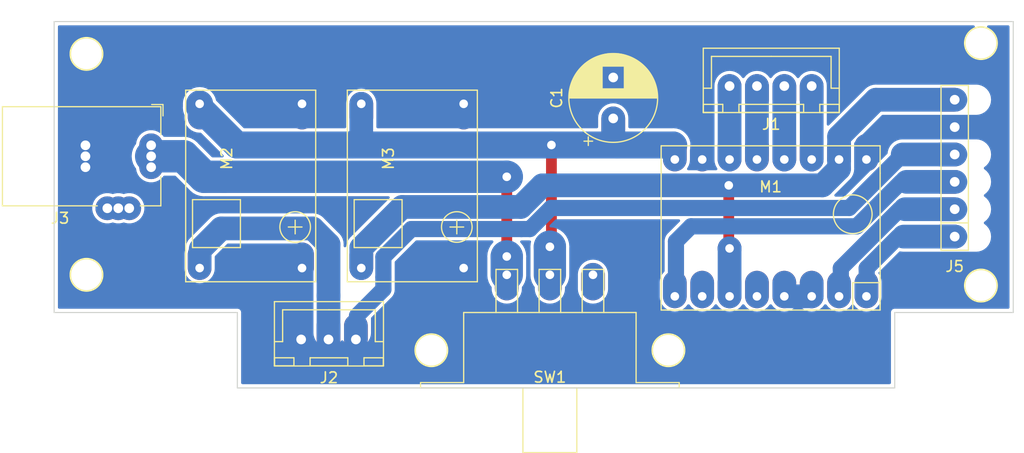
<source format=kicad_pcb>
(kicad_pcb (version 20171130) (host pcbnew "(5.1.6)-1")

  (general
    (thickness 1.6)
    (drawings 35)
    (tracks 77)
    (zones 0)
    (modules 15)
    (nets 18)
  )

  (page A4)
  (layers
    (0 F.Cu signal)
    (31 B.Cu signal)
    (32 B.Adhes user hide)
    (33 F.Adhes user hide)
    (34 B.Paste user hide)
    (35 F.Paste user hide)
    (36 B.SilkS user hide)
    (37 F.SilkS user)
    (38 B.Mask user hide)
    (39 F.Mask user hide)
    (40 Dwgs.User user)
    (41 Cmts.User user hide)
    (42 Eco1.User user hide)
    (43 Eco2.User user hide)
    (44 Edge.Cuts user)
    (45 Margin user hide)
    (46 B.CrtYd user hide)
    (47 F.CrtYd user hide)
    (48 B.Fab user hide)
    (49 F.Fab user)
  )

  (setup
    (last_trace_width 0.25)
    (user_trace_width 1)
    (user_trace_width 1.5)
    (user_trace_width 2.2)
    (user_trace_width 2.5)
    (user_trace_width 3)
    (trace_clearance 0.2)
    (zone_clearance 0.508)
    (zone_45_only no)
    (trace_min 0.2)
    (via_size 0.8)
    (via_drill 0.4)
    (via_min_size 0.4)
    (via_min_drill 0.3)
    (user_via 2.2 0.8)
    (user_via 3 2)
    (uvia_size 0.3)
    (uvia_drill 0.1)
    (uvias_allowed no)
    (uvia_min_size 0.2)
    (uvia_min_drill 0.1)
    (edge_width 0.1)
    (segment_width 0.2)
    (pcb_text_width 0.3)
    (pcb_text_size 1.5 1.5)
    (mod_edge_width 0.15)
    (mod_text_size 1 1)
    (mod_text_width 0.15)
    (pad_size 2.2 3.47)
    (pad_drill 0.9)
    (pad_to_mask_clearance 0)
    (aux_axis_origin 4 35)
    (grid_origin 4 35)
    (visible_elements 7FFBFFFF)
    (pcbplotparams
      (layerselection 0x010fc_ffffffff)
      (usegerberextensions false)
      (usegerberattributes true)
      (usegerberadvancedattributes true)
      (creategerberjobfile true)
      (excludeedgelayer true)
      (linewidth 0.100000)
      (plotframeref false)
      (viasonmask false)
      (mode 1)
      (useauxorigin false)
      (hpglpennumber 1)
      (hpglpenspeed 20)
      (hpglpendiameter 15.000000)
      (psnegative false)
      (psa4output false)
      (plotreference true)
      (plotvalue true)
      (plotinvisibletext false)
      (padsonsilk false)
      (subtractmaskfromsilk false)
      (outputformat 1)
      (mirror false)
      (drillshape 1)
      (scaleselection 1)
      (outputdirectory ""))
  )

  (net 0 "")
  (net 1 GND)
  (net 2 +12V)
  (net 3 +5V)
  (net 4 "Net-(SW1-Pad1)")
  (net 5 SERVO_POWER)
  (net 6 "Net-(J1-Pad1)")
  (net 7 "Net-(J1-Pad2)")
  (net 8 "Net-(J1-Pad3)")
  (net 9 "Net-(J1-Pad4)")
  (net 10 SERVO)
  (net 11 "Net-(J3-Pad1)")
  (net 12 EXT_EN)
  (net 13 EXT_STEP)
  (net 14 EXT_DIR)
  (net 15 "Net-(M1-Pad3)")
  (net 16 "Net-(M1-Pad5)")
  (net 17 "Net-(M1-Pad7)")

  (net_class Default "This is the default net class."
    (clearance 0.2)
    (trace_width 0.25)
    (via_dia 0.8)
    (via_drill 0.4)
    (uvia_dia 0.3)
    (uvia_drill 0.1)
    (add_net +12V)
    (add_net +5V)
    (add_net EXT_DIR)
    (add_net EXT_EN)
    (add_net EXT_STEP)
    (add_net GND)
    (add_net "Net-(J1-Pad1)")
    (add_net "Net-(J1-Pad2)")
    (add_net "Net-(J1-Pad3)")
    (add_net "Net-(J1-Pad4)")
    (add_net "Net-(J3-Pad1)")
    (add_net "Net-(M1-Pad3)")
    (add_net "Net-(M1-Pad5)")
    (add_net "Net-(M1-Pad7)")
    (add_net "Net-(SW1-Pad1)")
    (add_net SERVO)
    (add_net SERVO_POWER)
  )

  (module 0_my_footprints:myMountingHole_2.0mm (layer F.Cu) (tedit 669BED6D) (tstamp 669C4E8C)
    (at 7 24.5)
    (descr "Mounting Hole 2.5mm, no annular")
    (tags "mounting hole 2.5mm no annular")
    (attr virtual)
    (fp_text reference REF** (at 0 -3.5) (layer B.Fab)
      (effects (font (size 1 1) (thickness 0.15)))
    )
    (fp_text value myMountingHole_2.0mm (at 0 3.5) (layer B.Fab)
      (effects (font (size 1 1) (thickness 0.15)))
    )
    (fp_circle (center 0 0) (end 1.5 0) (layer F.SilkS) (width 0.15))
    (pad "" np_thru_hole circle (at 0 0) (size 2 2) (drill 2) (layers *.Cu *.Mask))
  )

  (module 0_my_footprints:myMountingHole_2.0mm (layer F.Cu) (tedit 669BED6D) (tstamp 669C4E8C)
    (at 39 31.5)
    (descr "Mounting Hole 2.5mm, no annular")
    (tags "mounting hole 2.5mm no annular")
    (attr virtual)
    (fp_text reference REF** (at 0 -3.5) (layer B.Fab)
      (effects (font (size 1 1) (thickness 0.15)))
    )
    (fp_text value myMountingHole_2.0mm (at 0 3.5) (layer B.Fab)
      (effects (font (size 1 1) (thickness 0.15)))
    )
    (fp_circle (center 0 0) (end 1.5 0) (layer F.SilkS) (width 0.15))
    (pad "" np_thru_hole circle (at 0 0) (size 2 2) (drill 2) (layers *.Cu *.Mask))
  )

  (module 0_my_footprints:myMountingHole_2.0mm (layer F.Cu) (tedit 669BED6D) (tstamp 669C4E8C)
    (at 61 31.5)
    (descr "Mounting Hole 2.5mm, no annular")
    (tags "mounting hole 2.5mm no annular")
    (attr virtual)
    (fp_text reference REF** (at 0 -3.5) (layer B.Fab)
      (effects (font (size 1 1) (thickness 0.15)))
    )
    (fp_text value myMountingHole_2.0mm (at 0 3.5) (layer B.Fab)
      (effects (font (size 1 1) (thickness 0.15)))
    )
    (fp_circle (center 0 0) (end 1.5 0) (layer F.SilkS) (width 0.15))
    (pad "" np_thru_hole circle (at 0 0) (size 2 2) (drill 2) (layers *.Cu *.Mask))
  )

  (module 0_my_footprints:myMountingHole_2.0mm (layer F.Cu) (tedit 669BED6D) (tstamp 669C4E8C)
    (at 90 25.5)
    (descr "Mounting Hole 2.5mm, no annular")
    (tags "mounting hole 2.5mm no annular")
    (attr virtual)
    (fp_text reference REF** (at 0 -3.5) (layer B.Fab)
      (effects (font (size 1 1) (thickness 0.15)))
    )
    (fp_text value myMountingHole_2.0mm (at 0 3.5) (layer B.Fab)
      (effects (font (size 1 1) (thickness 0.15)))
    )
    (fp_circle (center 0 0) (end 1.5 0) (layer F.SilkS) (width 0.15))
    (pad "" np_thru_hole circle (at 0 0) (size 2 2) (drill 2) (layers *.Cu *.Mask))
  )

  (module 0_my_footprints:myMountingHole_2.0mm (layer F.Cu) (tedit 669BED6D) (tstamp 669C4E8C)
    (at 90 3)
    (descr "Mounting Hole 2.5mm, no annular")
    (tags "mounting hole 2.5mm no annular")
    (attr virtual)
    (fp_text reference REF** (at 0 -3.5) (layer B.Fab)
      (effects (font (size 1 1) (thickness 0.15)))
    )
    (fp_text value myMountingHole_2.0mm (at 0 3.5) (layer B.Fab)
      (effects (font (size 1 1) (thickness 0.15)))
    )
    (fp_circle (center 0 0) (end 1.5 0) (layer F.SilkS) (width 0.15))
    (pad "" np_thru_hole circle (at 0 0) (size 2 2) (drill 2) (layers *.Cu *.Mask))
  )

  (module 0_my_footprints:myMountingHole_2.0mm (layer F.Cu) (tedit 669BED6D) (tstamp 669C4E71)
    (at 7 4)
    (descr "Mounting Hole 2.5mm, no annular")
    (tags "mounting hole 2.5mm no annular")
    (attr virtual)
    (fp_text reference REF** (at 0 -3.5) (layer B.Fab)
      (effects (font (size 1 1) (thickness 0.15)))
    )
    (fp_text value myMountingHole_2.0mm (at 0 3.5) (layer B.Fab)
      (effects (font (size 1 1) (thickness 0.15)))
    )
    (fp_circle (center 0 0) (end 1.5 0) (layer F.SilkS) (width 0.15))
    (pad "" np_thru_hole circle (at 0 0) (size 2 2) (drill 2) (layers *.Cu *.Mask))
  )

  (module 0_my_footprints2:a498 (layer F.Cu) (tedit 669AA761) (tstamp 669A7DE6)
    (at 79.375 26.5 180)
    (path /6140FBFC)
    (fp_text reference M1 (at 8.89 10.16) (layer F.SilkS)
      (effects (font (size 1 1) (thickness 0.15)))
    )
    (fp_text value A4988 (at 8.89 3.81) (layer F.Fab)
      (effects (font (size 1 1) (thickness 0.15)))
    )
    (fp_circle (center 1.27 7.62) (end 2.54 8.89) (layer F.SilkS) (width 0.12))
    (fp_line (start 1.27 1.27) (end -1.27 1.27) (layer F.SilkS) (width 0.12))
    (fp_line (start 1.27 -1.27) (end 1.27 1.27) (layer F.SilkS) (width 0.12))
    (fp_line (start 19.05 11.43) (end 19.05 13.97) (layer F.SilkS) (width 0.12))
    (fp_line (start -1.27 11.43) (end -1.27 13.97) (layer F.SilkS) (width 0.12))
    (fp_line (start -1.27 11.43) (end -1.27 -1.27) (layer F.SilkS) (width 0.12))
    (fp_line (start 19.05 13.97) (end -1.27 13.97) (layer F.SilkS) (width 0.12))
    (fp_line (start 19.05 -1.27) (end 19.05 11.43) (layer F.SilkS) (width 0.12))
    (fp_line (start -1.27 -1.27) (end 19.05 -1.27) (layer F.SilkS) (width 0.12))
    (pad 1 thru_hole oval (at 0 0 180) (size 2.2 3.47) (drill 0.8 (offset 0 0.635)) (layers *.Cu *.Mask)
      (net 14 EXT_DIR))
    (pad 2 thru_hole oval (at 2.54 0 180) (size 2.2 3.47) (drill 0.8 (offset 0 0.635)) (layers *.Cu *.Mask)
      (net 13 EXT_STEP))
    (pad 3 thru_hole oval (at 5.08 0 180) (size 2.2 3.47) (drill 0.8 (offset 0 0.635)) (layers *.Cu *.Mask)
      (net 15 "Net-(M1-Pad3)"))
    (pad 4 thru_hole oval (at 7.62 0 180) (size 2.2 3.47) (drill 0.8 (offset 0 0.635)) (layers *.Cu *.Mask)
      (net 15 "Net-(M1-Pad3)"))
    (pad 5 thru_hole oval (at 10.16 0 180) (size 2.2 3.47) (drill 0.8 (offset 0 0.635)) (layers *.Cu *.Mask)
      (net 16 "Net-(M1-Pad5)"))
    (pad 6 thru_hole oval (at 12.7 0 180) (size 2.2 3.47) (drill 0.8 (offset 0 0.635)) (layers *.Cu *.Mask)
      (net 3 +5V))
    (pad 7 thru_hole oval (at 15.24 0 180) (size 2.2 3.47) (drill 0.8 (offset 0 0.635)) (layers *.Cu *.Mask)
      (net 17 "Net-(M1-Pad7)"))
    (pad 8 thru_hole oval (at 17.78 0 180) (size 2.2 3.47) (drill 0.8 (offset 0 0.635)) (layers *.Cu *.Mask)
      (net 12 EXT_EN))
    (pad 16 thru_hole oval (at 0 12.7 180) (size 2.2 3.47) (drill 0.8 (offset 0 0.635)) (layers *.Cu *.Mask)
      (net 1 GND))
    (pad 15 thru_hole oval (at 2.54 12.7 180) (size 2.2 3.47) (drill 0.8 (offset 0 0.635)) (layers *.Cu *.Mask)
      (net 3 +5V))
    (pad 14 thru_hole oval (at 5.08 12.7 180) (size 2.2 3.47) (drill 0.8 (offset 0 0.635)) (layers *.Cu *.Mask)
      (net 6 "Net-(J1-Pad1)"))
    (pad 13 thru_hole oval (at 7.62 12.7 180) (size 2.2 3.47) (drill 0.8 (offset 0 0.635)) (layers *.Cu *.Mask)
      (net 7 "Net-(J1-Pad2)"))
    (pad 12 thru_hole oval (at 10.16 12.7 180) (size 2.2 3.47) (drill 0.8 (offset 0 0.635)) (layers *.Cu *.Mask)
      (net 8 "Net-(J1-Pad3)"))
    (pad 11 thru_hole oval (at 12.7 12.7 180) (size 2.2 3.47) (drill 0.8 (offset 0 0.635)) (layers *.Cu *.Mask)
      (net 9 "Net-(J1-Pad4)"))
    (pad 10 thru_hole oval (at 15.24 12.7 180) (size 2.2 3.47) (drill 0.8 (offset 0 0.635)) (layers *.Cu *.Mask)
      (net 1 GND))
    (pad 9 thru_hole oval (at 17.78 12.7 180) (size 2.2 3.47) (drill 0.8 (offset 0 0.635)) (layers *.Cu *.Mask)
      (net 2 +12V))
    (model C:/src/kiCad/libraries/my_3d_files/A4988-Stepper-Driver-Socketed.stp
      (offset (xyz 8.890000000000001 -6.35 0))
      (scale (xyz 1 1 1))
      (rotate (xyz 0 0 90))
    )
  )

  (module 0_my_footprints:CP_my100uf (layer F.Cu) (tedit 669A8D73) (tstamp 669A7CA2)
    (at 55.88 9.99 90)
    (descr "CP, Radial series, Radial, pin pitch=3.80mm, , diameter=8mm, Electrolytic Capacitor")
    (tags "CP Radial series Radial pin pitch 3.80mm  diameter 8mm Electrolytic Capacitor")
    (path /61CA8339)
    (fp_text reference C1 (at 1.9 -5.25 90) (layer F.SilkS)
      (effects (font (size 1 1) (thickness 0.15)))
    )
    (fp_text value 100uf (at 1.9 5.25 90) (layer F.Fab)
      (effects (font (size 1 1) (thickness 0.15)))
    )
    (fp_circle (center 1.9 0) (end 5.9 0) (layer F.Fab) (width 0.1))
    (fp_circle (center 1.9 0) (end 6.02 0) (layer F.SilkS) (width 0.12))
    (fp_circle (center 1.9 0) (end 6.15 0) (layer F.CrtYd) (width 0.05))
    (fp_line (start -1.526759 -1.7475) (end -0.726759 -1.7475) (layer F.Fab) (width 0.1))
    (fp_line (start -1.126759 -2.1475) (end -1.126759 -1.3475) (layer F.Fab) (width 0.1))
    (fp_line (start 1.9 -4.08) (end 1.9 4.08) (layer F.SilkS) (width 0.12))
    (fp_line (start 1.94 -4.08) (end 1.94 4.08) (layer F.SilkS) (width 0.12))
    (fp_line (start 1.98 -4.08) (end 1.98 4.08) (layer F.SilkS) (width 0.12))
    (fp_line (start 2.02 -4.079) (end 2.02 4.079) (layer F.SilkS) (width 0.12))
    (fp_line (start 2.06 -4.077) (end 2.06 4.077) (layer F.SilkS) (width 0.12))
    (fp_line (start 2.1 -4.076) (end 2.1 4.076) (layer F.SilkS) (width 0.12))
    (fp_line (start 2.14 -4.074) (end 2.14 4.074) (layer F.SilkS) (width 0.12))
    (fp_line (start 2.18 -4.071) (end 2.18 4.071) (layer F.SilkS) (width 0.12))
    (fp_line (start 2.22 -4.068) (end 2.22 4.068) (layer F.SilkS) (width 0.12))
    (fp_line (start 2.26 -4.065) (end 2.26 4.065) (layer F.SilkS) (width 0.12))
    (fp_line (start 2.3 -4.061) (end 2.3 4.061) (layer F.SilkS) (width 0.12))
    (fp_line (start 2.34 -4.057) (end 2.34 4.057) (layer F.SilkS) (width 0.12))
    (fp_line (start 2.38 -4.052) (end 2.38 4.052) (layer F.SilkS) (width 0.12))
    (fp_line (start 2.42 -4.048) (end 2.42 4.048) (layer F.SilkS) (width 0.12))
    (fp_line (start 2.46 -4.042) (end 2.46 4.042) (layer F.SilkS) (width 0.12))
    (fp_line (start 2.5 -4.037) (end 2.5 4.037) (layer F.SilkS) (width 0.12))
    (fp_line (start 2.54 -4.03) (end 2.54 4.03) (layer F.SilkS) (width 0.12))
    (fp_line (start 2.58 -4.024) (end 2.58 4.024) (layer F.SilkS) (width 0.12))
    (fp_line (start 2.621 -4.017) (end 2.621 4.017) (layer F.SilkS) (width 0.12))
    (fp_line (start 2.661 -4.01) (end 2.661 4.01) (layer F.SilkS) (width 0.12))
    (fp_line (start 2.701 -4.002) (end 2.701 4.002) (layer F.SilkS) (width 0.12))
    (fp_line (start 2.741 -3.994) (end 2.741 3.994) (layer F.SilkS) (width 0.12))
    (fp_line (start 2.781 -3.985) (end 2.781 -1.04) (layer F.SilkS) (width 0.12))
    (fp_line (start 2.781 1.04) (end 2.781 3.985) (layer F.SilkS) (width 0.12))
    (fp_line (start 2.821 -3.976) (end 2.821 -1.04) (layer F.SilkS) (width 0.12))
    (fp_line (start 2.821 1.04) (end 2.821 3.976) (layer F.SilkS) (width 0.12))
    (fp_line (start 2.861 -3.967) (end 2.861 -1.04) (layer F.SilkS) (width 0.12))
    (fp_line (start 2.861 1.04) (end 2.861 3.967) (layer F.SilkS) (width 0.12))
    (fp_line (start 2.901 -3.957) (end 2.901 -1.04) (layer F.SilkS) (width 0.12))
    (fp_line (start 2.901 1.04) (end 2.901 3.957) (layer F.SilkS) (width 0.12))
    (fp_line (start 2.941 -3.947) (end 2.941 -1.04) (layer F.SilkS) (width 0.12))
    (fp_line (start 2.941 1.04) (end 2.941 3.947) (layer F.SilkS) (width 0.12))
    (fp_line (start 2.981 -3.936) (end 2.981 -1.04) (layer F.SilkS) (width 0.12))
    (fp_line (start 2.981 1.04) (end 2.981 3.936) (layer F.SilkS) (width 0.12))
    (fp_line (start 3.021 -3.925) (end 3.021 -1.04) (layer F.SilkS) (width 0.12))
    (fp_line (start 3.021 1.04) (end 3.021 3.925) (layer F.SilkS) (width 0.12))
    (fp_line (start 3.061 -3.914) (end 3.061 -1.04) (layer F.SilkS) (width 0.12))
    (fp_line (start 3.061 1.04) (end 3.061 3.914) (layer F.SilkS) (width 0.12))
    (fp_line (start 3.101 -3.902) (end 3.101 -1.04) (layer F.SilkS) (width 0.12))
    (fp_line (start 3.101 1.04) (end 3.101 3.902) (layer F.SilkS) (width 0.12))
    (fp_line (start 3.141 -3.889) (end 3.141 -1.04) (layer F.SilkS) (width 0.12))
    (fp_line (start 3.141 1.04) (end 3.141 3.889) (layer F.SilkS) (width 0.12))
    (fp_line (start 3.181 -3.877) (end 3.181 -1.04) (layer F.SilkS) (width 0.12))
    (fp_line (start 3.181 1.04) (end 3.181 3.877) (layer F.SilkS) (width 0.12))
    (fp_line (start 3.221 -3.863) (end 3.221 -1.04) (layer F.SilkS) (width 0.12))
    (fp_line (start 3.221 1.04) (end 3.221 3.863) (layer F.SilkS) (width 0.12))
    (fp_line (start 3.261 -3.85) (end 3.261 -1.04) (layer F.SilkS) (width 0.12))
    (fp_line (start 3.261 1.04) (end 3.261 3.85) (layer F.SilkS) (width 0.12))
    (fp_line (start 3.301 -3.835) (end 3.301 -1.04) (layer F.SilkS) (width 0.12))
    (fp_line (start 3.301 1.04) (end 3.301 3.835) (layer F.SilkS) (width 0.12))
    (fp_line (start 3.341 -3.821) (end 3.341 -1.04) (layer F.SilkS) (width 0.12))
    (fp_line (start 3.341 1.04) (end 3.341 3.821) (layer F.SilkS) (width 0.12))
    (fp_line (start 3.381 -3.805) (end 3.381 -1.04) (layer F.SilkS) (width 0.12))
    (fp_line (start 3.381 1.04) (end 3.381 3.805) (layer F.SilkS) (width 0.12))
    (fp_line (start 3.421 -3.79) (end 3.421 -1.04) (layer F.SilkS) (width 0.12))
    (fp_line (start 3.421 1.04) (end 3.421 3.79) (layer F.SilkS) (width 0.12))
    (fp_line (start 3.461 -3.774) (end 3.461 -1.04) (layer F.SilkS) (width 0.12))
    (fp_line (start 3.461 1.04) (end 3.461 3.774) (layer F.SilkS) (width 0.12))
    (fp_line (start 3.501 -3.757) (end 3.501 -1.04) (layer F.SilkS) (width 0.12))
    (fp_line (start 3.501 1.04) (end 3.501 3.757) (layer F.SilkS) (width 0.12))
    (fp_line (start 3.541 -3.74) (end 3.541 -1.04) (layer F.SilkS) (width 0.12))
    (fp_line (start 3.541 1.04) (end 3.541 3.74) (layer F.SilkS) (width 0.12))
    (fp_line (start 3.581 -3.722) (end 3.581 -1.04) (layer F.SilkS) (width 0.12))
    (fp_line (start 3.581 1.04) (end 3.581 3.722) (layer F.SilkS) (width 0.12))
    (fp_line (start 3.621 -3.704) (end 3.621 -1.04) (layer F.SilkS) (width 0.12))
    (fp_line (start 3.621 1.04) (end 3.621 3.704) (layer F.SilkS) (width 0.12))
    (fp_line (start 3.661 -3.686) (end 3.661 -1.04) (layer F.SilkS) (width 0.12))
    (fp_line (start 3.661 1.04) (end 3.661 3.686) (layer F.SilkS) (width 0.12))
    (fp_line (start 3.701 -3.666) (end 3.701 -1.04) (layer F.SilkS) (width 0.12))
    (fp_line (start 3.701 1.04) (end 3.701 3.666) (layer F.SilkS) (width 0.12))
    (fp_line (start 3.741 -3.647) (end 3.741 -1.04) (layer F.SilkS) (width 0.12))
    (fp_line (start 3.741 1.04) (end 3.741 3.647) (layer F.SilkS) (width 0.12))
    (fp_line (start 3.781 -3.627) (end 3.781 -1.04) (layer F.SilkS) (width 0.12))
    (fp_line (start 3.781 1.04) (end 3.781 3.627) (layer F.SilkS) (width 0.12))
    (fp_line (start 3.821 -3.606) (end 3.821 -1.04) (layer F.SilkS) (width 0.12))
    (fp_line (start 3.821 1.04) (end 3.821 3.606) (layer F.SilkS) (width 0.12))
    (fp_line (start 3.861 -3.584) (end 3.861 -1.04) (layer F.SilkS) (width 0.12))
    (fp_line (start 3.861 1.04) (end 3.861 3.584) (layer F.SilkS) (width 0.12))
    (fp_line (start 3.901 -3.562) (end 3.901 -1.04) (layer F.SilkS) (width 0.12))
    (fp_line (start 3.901 1.04) (end 3.901 3.562) (layer F.SilkS) (width 0.12))
    (fp_line (start 3.941 -3.54) (end 3.941 -1.04) (layer F.SilkS) (width 0.12))
    (fp_line (start 3.941 1.04) (end 3.941 3.54) (layer F.SilkS) (width 0.12))
    (fp_line (start 3.981 -3.517) (end 3.981 -1.04) (layer F.SilkS) (width 0.12))
    (fp_line (start 3.981 1.04) (end 3.981 3.517) (layer F.SilkS) (width 0.12))
    (fp_line (start 4.021 -3.493) (end 4.021 -1.04) (layer F.SilkS) (width 0.12))
    (fp_line (start 4.021 1.04) (end 4.021 3.493) (layer F.SilkS) (width 0.12))
    (fp_line (start 4.061 -3.469) (end 4.061 -1.04) (layer F.SilkS) (width 0.12))
    (fp_line (start 4.061 1.04) (end 4.061 3.469) (layer F.SilkS) (width 0.12))
    (fp_line (start 4.101 -3.444) (end 4.101 -1.04) (layer F.SilkS) (width 0.12))
    (fp_line (start 4.101 1.04) (end 4.101 3.444) (layer F.SilkS) (width 0.12))
    (fp_line (start 4.141 -3.418) (end 4.141 -1.04) (layer F.SilkS) (width 0.12))
    (fp_line (start 4.141 1.04) (end 4.141 3.418) (layer F.SilkS) (width 0.12))
    (fp_line (start 4.181 -3.392) (end 4.181 -1.04) (layer F.SilkS) (width 0.12))
    (fp_line (start 4.181 1.04) (end 4.181 3.392) (layer F.SilkS) (width 0.12))
    (fp_line (start 4.221 -3.365) (end 4.221 -1.04) (layer F.SilkS) (width 0.12))
    (fp_line (start 4.221 1.04) (end 4.221 3.365) (layer F.SilkS) (width 0.12))
    (fp_line (start 4.261 -3.338) (end 4.261 -1.04) (layer F.SilkS) (width 0.12))
    (fp_line (start 4.261 1.04) (end 4.261 3.338) (layer F.SilkS) (width 0.12))
    (fp_line (start 4.301 -3.309) (end 4.301 -1.04) (layer F.SilkS) (width 0.12))
    (fp_line (start 4.301 1.04) (end 4.301 3.309) (layer F.SilkS) (width 0.12))
    (fp_line (start 4.341 -3.28) (end 4.341 -1.04) (layer F.SilkS) (width 0.12))
    (fp_line (start 4.341 1.04) (end 4.341 3.28) (layer F.SilkS) (width 0.12))
    (fp_line (start 4.381 -3.25) (end 4.381 -1.04) (layer F.SilkS) (width 0.12))
    (fp_line (start 4.381 1.04) (end 4.381 3.25) (layer F.SilkS) (width 0.12))
    (fp_line (start 4.421 -3.22) (end 4.421 -1.04) (layer F.SilkS) (width 0.12))
    (fp_line (start 4.421 1.04) (end 4.421 3.22) (layer F.SilkS) (width 0.12))
    (fp_line (start 4.461 -3.189) (end 4.461 -1.04) (layer F.SilkS) (width 0.12))
    (fp_line (start 4.461 1.04) (end 4.461 3.189) (layer F.SilkS) (width 0.12))
    (fp_line (start 4.501 -3.156) (end 4.501 -1.04) (layer F.SilkS) (width 0.12))
    (fp_line (start 4.501 1.04) (end 4.501 3.156) (layer F.SilkS) (width 0.12))
    (fp_line (start 4.541 -3.124) (end 4.541 -1.04) (layer F.SilkS) (width 0.12))
    (fp_line (start 4.541 1.04) (end 4.541 3.124) (layer F.SilkS) (width 0.12))
    (fp_line (start 4.581 -3.09) (end 4.581 -1.04) (layer F.SilkS) (width 0.12))
    (fp_line (start 4.581 1.04) (end 4.581 3.09) (layer F.SilkS) (width 0.12))
    (fp_line (start 4.621 -3.055) (end 4.621 -1.04) (layer F.SilkS) (width 0.12))
    (fp_line (start 4.621 1.04) (end 4.621 3.055) (layer F.SilkS) (width 0.12))
    (fp_line (start 4.661 -3.019) (end 4.661 -1.04) (layer F.SilkS) (width 0.12))
    (fp_line (start 4.661 1.04) (end 4.661 3.019) (layer F.SilkS) (width 0.12))
    (fp_line (start 4.701 -2.983) (end 4.701 -1.04) (layer F.SilkS) (width 0.12))
    (fp_line (start 4.701 1.04) (end 4.701 2.983) (layer F.SilkS) (width 0.12))
    (fp_line (start 4.741 -2.945) (end 4.741 -1.04) (layer F.SilkS) (width 0.12))
    (fp_line (start 4.741 1.04) (end 4.741 2.945) (layer F.SilkS) (width 0.12))
    (fp_line (start 4.781 -2.907) (end 4.781 -1.04) (layer F.SilkS) (width 0.12))
    (fp_line (start 4.781 1.04) (end 4.781 2.907) (layer F.SilkS) (width 0.12))
    (fp_line (start 4.821 -2.867) (end 4.821 -1.04) (layer F.SilkS) (width 0.12))
    (fp_line (start 4.821 1.04) (end 4.821 2.867) (layer F.SilkS) (width 0.12))
    (fp_line (start 4.861 -2.826) (end 4.861 2.826) (layer F.SilkS) (width 0.12))
    (fp_line (start 4.901 -2.784) (end 4.901 2.784) (layer F.SilkS) (width 0.12))
    (fp_line (start 4.941 -2.741) (end 4.941 2.741) (layer F.SilkS) (width 0.12))
    (fp_line (start 4.981 -2.697) (end 4.981 2.697) (layer F.SilkS) (width 0.12))
    (fp_line (start 5.021 -2.651) (end 5.021 2.651) (layer F.SilkS) (width 0.12))
    (fp_line (start 5.061 -2.604) (end 5.061 2.604) (layer F.SilkS) (width 0.12))
    (fp_line (start 5.101 -2.556) (end 5.101 2.556) (layer F.SilkS) (width 0.12))
    (fp_line (start 5.141 -2.505) (end 5.141 2.505) (layer F.SilkS) (width 0.12))
    (fp_line (start 5.181 -2.454) (end 5.181 2.454) (layer F.SilkS) (width 0.12))
    (fp_line (start 5.221 -2.4) (end 5.221 2.4) (layer F.SilkS) (width 0.12))
    (fp_line (start 5.261 -2.345) (end 5.261 2.345) (layer F.SilkS) (width 0.12))
    (fp_line (start 5.301 -2.287) (end 5.301 2.287) (layer F.SilkS) (width 0.12))
    (fp_line (start 5.341 -2.228) (end 5.341 2.228) (layer F.SilkS) (width 0.12))
    (fp_line (start 5.381 -2.166) (end 5.381 2.166) (layer F.SilkS) (width 0.12))
    (fp_line (start 5.421 -2.102) (end 5.421 2.102) (layer F.SilkS) (width 0.12))
    (fp_line (start 5.461 -2.034) (end 5.461 2.034) (layer F.SilkS) (width 0.12))
    (fp_line (start 5.501 -1.964) (end 5.501 1.964) (layer F.SilkS) (width 0.12))
    (fp_line (start 5.541 -1.89) (end 5.541 1.89) (layer F.SilkS) (width 0.12))
    (fp_line (start 5.581 -1.813) (end 5.581 1.813) (layer F.SilkS) (width 0.12))
    (fp_line (start 5.621 -1.731) (end 5.621 1.731) (layer F.SilkS) (width 0.12))
    (fp_line (start 5.661 -1.645) (end 5.661 1.645) (layer F.SilkS) (width 0.12))
    (fp_line (start 5.701 -1.552) (end 5.701 1.552) (layer F.SilkS) (width 0.12))
    (fp_line (start 5.741 -1.453) (end 5.741 1.453) (layer F.SilkS) (width 0.12))
    (fp_line (start 5.781 -1.346) (end 5.781 1.346) (layer F.SilkS) (width 0.12))
    (fp_line (start 5.821 -1.229) (end 5.821 1.229) (layer F.SilkS) (width 0.12))
    (fp_line (start 5.861 -1.098) (end 5.861 1.098) (layer F.SilkS) (width 0.12))
    (fp_line (start 5.901 -0.948) (end 5.901 0.948) (layer F.SilkS) (width 0.12))
    (fp_line (start 5.941 -0.768) (end 5.941 0.768) (layer F.SilkS) (width 0.12))
    (fp_line (start 5.981 -0.533) (end 5.981 0.533) (layer F.SilkS) (width 0.12))
    (fp_line (start -2.509698 -2.315) (end -1.709698 -2.315) (layer F.SilkS) (width 0.12))
    (fp_line (start -2.109698 -2.715) (end -2.109698 -1.915) (layer F.SilkS) (width 0.12))
    (fp_text user %R (at 1.9 0 90) (layer F.Fab)
      (effects (font (size 1 1) (thickness 0.15)))
    )
    (pad 1 thru_hole oval (at 0 0 90) (size 3.47 2.2) (drill 0.9 (offset -0.635 0)) (layers *.Cu *.Mask)
      (net 2 +12V))
    (pad 2 thru_hole oval (at 3.8 0 90) (size 3.47 2.2) (drill 0.9 (offset 0.635 0)) (layers *.Cu *.Mask)
      (net 1 GND))
    (model ${KISYS3DMOD}/Capacitor_THT.3dshapes/CP_Radial_D8.0mm_P3.80mm.wrl
      (at (xyz 0 0 0))
      (scale (xyz 1 1 1))
      (rotate (xyz 0 0 0))
    )
  )

  (module 0_my_footprints2:JST4 (layer F.Cu) (tedit 66364B55) (tstamp 669A7D69)
    (at 74.295 6.985 180)
    (descr "2.54mm JST connector with bigger pads")
    (tags "connector JST XH vertical")
    (path /62E5BE8A)
    (fp_text reference J1 (at 3.75 -3.55) (layer F.SilkS)
      (effects (font (size 1 1) (thickness 0.15)))
    )
    (fp_text value EXTRUDER (at 3.75 5.08) (layer F.Fab)
      (effects (font (size 1 1) (thickness 0.15)))
    )
    (fp_line (start -2.56 -2.46) (end -2.56 3.51) (layer F.SilkS) (width 0.12))
    (fp_line (start -2.56 3.51) (end 10.06 3.51) (layer F.SilkS) (width 0.12))
    (fp_line (start 10.06 3.51) (end 10.06 -2.46) (layer F.SilkS) (width 0.12))
    (fp_line (start 10.06 -2.46) (end -2.56 -2.46) (layer F.SilkS) (width 0.12))
    (fp_line (start 0.75 -2.45) (end 0.75 -1.7) (layer F.SilkS) (width 0.12))
    (fp_line (start 0.75 -1.7) (end 6.75 -1.7) (layer F.SilkS) (width 0.12))
    (fp_line (start 6.75 -1.7) (end 6.75 -2.45) (layer F.SilkS) (width 0.12))
    (fp_line (start 6.75 -2.45) (end 0.75 -2.45) (layer F.SilkS) (width 0.12))
    (fp_line (start -2.55 -2.45) (end -2.55 -1.7) (layer F.SilkS) (width 0.12))
    (fp_line (start -2.55 -1.7) (end -0.75 -1.7) (layer F.SilkS) (width 0.12))
    (fp_line (start -0.75 -1.7) (end -0.75 -2.45) (layer F.SilkS) (width 0.12))
    (fp_line (start -0.75 -2.45) (end -2.55 -2.45) (layer F.SilkS) (width 0.12))
    (fp_line (start 8.25 -2.45) (end 8.25 -1.7) (layer F.SilkS) (width 0.12))
    (fp_line (start 8.25 -1.7) (end 10.05 -1.7) (layer F.SilkS) (width 0.12))
    (fp_line (start 10.05 -1.7) (end 10.05 -2.45) (layer F.SilkS) (width 0.12))
    (fp_line (start 10.05 -2.45) (end 8.25 -2.45) (layer F.SilkS) (width 0.12))
    (fp_line (start -2.55 -0.2) (end -1.8 -0.2) (layer F.SilkS) (width 0.12))
    (fp_line (start -1.8 -0.2) (end -1.8 2.75) (layer F.SilkS) (width 0.12))
    (fp_line (start -1.8 2.75) (end 3.75 2.75) (layer F.SilkS) (width 0.12))
    (fp_line (start 10.05 -0.2) (end 9.3 -0.2) (layer F.SilkS) (width 0.12))
    (fp_line (start 9.3 -0.2) (end 9.3 2.75) (layer F.SilkS) (width 0.12))
    (fp_line (start 9.3 2.75) (end 3.75 2.75) (layer F.SilkS) (width 0.12))
    (pad 1 thru_hole oval (at 0 0 180) (size 2.2 3.47) (drill 0.9 (offset 0 -0.635)) (layers *.Cu *.Mask)
      (net 6 "Net-(J1-Pad1)"))
    (pad 2 thru_hole oval (at 2.54 0 180) (size 2.2 3.47) (drill 0.9 (offset 0 -0.635)) (layers *.Cu *.Mask)
      (net 7 "Net-(J1-Pad2)"))
    (pad 3 thru_hole oval (at 5.08 0 180) (size 2.2 3.47) (drill 0.9 (offset 0 -0.635)) (layers *.Cu *.Mask)
      (net 8 "Net-(J1-Pad3)"))
    (pad 4 thru_hole oval (at 7.62 0 180) (size 2.2 3.47) (drill 0.9 (offset 0 -0.635)) (layers *.Cu *.Mask)
      (net 9 "Net-(J1-Pad4)"))
    (model ${KISYS3DMOD}/Connector_JST.3dshapes/JST_XH_B4B-XH-A_1x04_P2.50mm_Vertical.wrl
      (at (xyz 0 0 0))
      (scale (xyz 1 1 1))
      (rotate (xyz 0 0 0))
    )
  )

  (module 0_my_footprints2:JST3 (layer F.Cu) (tedit 669EE6C1) (tstamp 669A7D86)
    (at 32 30.5 180)
    (descr "2.54mm JST connector with bigger pads")
    (path /669F3C04)
    (fp_text reference J2 (at 2.5 -3.55) (layer F.SilkS)
      (effects (font (size 1 1) (thickness 0.15)))
    )
    (fp_text value CUTTER (at 2.5 4.6) (layer F.Fab)
      (effects (font (size 1 1) (thickness 0.15)))
    )
    (fp_line (start -2.56 -2.46) (end -2.56 3.51) (layer F.SilkS) (width 0.12))
    (fp_line (start -2.56 3.51) (end 7.56 3.51) (layer F.SilkS) (width 0.12))
    (fp_line (start 7.56 3.51) (end 7.56 -2.46) (layer F.SilkS) (width 0.12))
    (fp_line (start 7.56 -2.46) (end -2.56 -2.46) (layer F.SilkS) (width 0.12))
    (fp_line (start 0.75 -2.45) (end 0.75 -1.7) (layer F.SilkS) (width 0.12))
    (fp_line (start 0.75 -1.7) (end 4.25 -1.7) (layer F.SilkS) (width 0.12))
    (fp_line (start 4.25 -1.7) (end 4.25 -2.45) (layer F.SilkS) (width 0.12))
    (fp_line (start 4.25 -2.45) (end 0.75 -2.45) (layer F.SilkS) (width 0.12))
    (fp_line (start -2.55 -2.45) (end -2.55 -1.7) (layer F.SilkS) (width 0.12))
    (fp_line (start -2.55 -1.7) (end -0.75 -1.7) (layer F.SilkS) (width 0.12))
    (fp_line (start -0.75 -1.7) (end -0.75 -2.45) (layer F.SilkS) (width 0.12))
    (fp_line (start -0.75 -2.45) (end -2.55 -2.45) (layer F.SilkS) (width 0.12))
    (fp_line (start 5.75 -2.45) (end 5.75 -1.7) (layer F.SilkS) (width 0.12))
    (fp_line (start 5.75 -1.7) (end 7.55 -1.7) (layer F.SilkS) (width 0.12))
    (fp_line (start 7.55 -1.7) (end 7.55 -2.45) (layer F.SilkS) (width 0.12))
    (fp_line (start 7.55 -2.45) (end 5.75 -2.45) (layer F.SilkS) (width 0.12))
    (fp_line (start -2.55 -0.2) (end -1.8 -0.2) (layer F.SilkS) (width 0.12))
    (fp_line (start -1.8 -0.2) (end -1.8 2.75) (layer F.SilkS) (width 0.12))
    (fp_line (start -1.8 2.75) (end 2.5 2.75) (layer F.SilkS) (width 0.12))
    (fp_line (start 7.55 -0.2) (end 6.8 -0.2) (layer F.SilkS) (width 0.12))
    (fp_line (start 6.8 -0.2) (end 6.8 2.75) (layer F.SilkS) (width 0.12))
    (fp_line (start 6.8 2.75) (end 2.5 2.75) (layer F.SilkS) (width 0.12))
    (pad 1 thru_hole oval (at 0 0 180) (size 2.2 3.47) (drill 0.9 (offset 0 0.635)) (layers *.Cu *.Mask)
      (net 10 SERVO))
    (pad 2 thru_hole oval (at 2.54 0 180) (size 2.2 3.47) (drill 0.9 (offset 0 0.635)) (layers *.Cu *.Mask)
      (net 5 SERVO_POWER))
    (pad 3 thru_hole oval (at 5.08 0 180) (size 2.2 3.47) (drill 0.9 (offset 0 0.635)) (layers *.Cu *.Mask)
      (net 1 GND))
    (model ${KISYS3DMOD}/Connector_JST.3dshapes/JST_XH_B3B-XH-A_1x03_P2.50mm_Vertical.wrl
      (at (xyz 0 0 0))
      (scale (xyz 1 1 1))
      (rotate (xyz 0 0 0))
    )
  )

  (module 0_my_footprints:myBarrelJack (layer F.Cu) (tedit 669534C6) (tstamp 669A7DAF)
    (at 13 13.5)
    (descr "DC Barrel Jack")
    (tags "Power Jack")
    (path /62C7EAA4)
    (fp_text reference J3 (at -8.45 5.75) (layer F.SilkS)
      (effects (font (size 1 1) (thickness 0.15)))
    )
    (fp_text value 12V_IN (at -6.2 -5.5) (layer F.Fab)
      (effects (font (size 1 1) (thickness 0.15)))
    )
    (fp_line (start -0.003213 -4.505425) (end 0.8 -3.75) (layer F.Fab) (width 0.1))
    (fp_line (start 1.1 -3.75) (end 1.1 -4.8) (layer F.SilkS) (width 0.12))
    (fp_line (start 0.05 -4.8) (end 1.1 -4.8) (layer F.SilkS) (width 0.12))
    (fp_line (start 1 -4.5) (end 1 -4.75) (layer F.CrtYd) (width 0.05))
    (fp_line (start 1 -4.75) (end -14 -4.75) (layer F.CrtYd) (width 0.05))
    (fp_line (start 1 -4.5) (end 1 -2) (layer F.CrtYd) (width 0.05))
    (fp_line (start 1 -2) (end 2 -2) (layer F.CrtYd) (width 0.05))
    (fp_line (start 2 -2) (end 2 2) (layer F.CrtYd) (width 0.05))
    (fp_line (start 2 2) (end 1 2) (layer F.CrtYd) (width 0.05))
    (fp_line (start 1 2) (end 1 4.75) (layer F.CrtYd) (width 0.05))
    (fp_line (start 1 4.75) (end -1 4.75) (layer F.CrtYd) (width 0.05))
    (fp_line (start -1 4.75) (end -1 6.75) (layer F.CrtYd) (width 0.05))
    (fp_line (start -1 6.75) (end -5 6.75) (layer F.CrtYd) (width 0.05))
    (fp_line (start -5 6.75) (end -5 4.75) (layer F.CrtYd) (width 0.05))
    (fp_line (start -5 4.75) (end -14 4.75) (layer F.CrtYd) (width 0.05))
    (fp_line (start -14 4.75) (end -14 -4.75) (layer F.CrtYd) (width 0.05))
    (fp_line (start -5 4.6) (end -13.8 4.6) (layer F.SilkS) (width 0.12))
    (fp_line (start -13.8 4.6) (end -13.8 -4.6) (layer F.SilkS) (width 0.12))
    (fp_line (start 0.9 1.9) (end 0.9 4.6) (layer F.SilkS) (width 0.12))
    (fp_line (start 0.9 4.6) (end -1 4.6) (layer F.SilkS) (width 0.12))
    (fp_line (start -13.8 -4.6) (end 0.9 -4.6) (layer F.SilkS) (width 0.12))
    (fp_line (start 0.9 -4.6) (end 0.9 -2) (layer F.SilkS) (width 0.12))
    (fp_line (start -10.2 -4.5) (end -10.2 4.5) (layer F.Fab) (width 0.1))
    (fp_line (start -13.7 -4.5) (end -13.7 4.5) (layer F.Fab) (width 0.1))
    (fp_line (start -13.7 4.5) (end 0.8 4.5) (layer F.Fab) (width 0.1))
    (fp_line (start 0.8 4.5) (end 0.8 -3.75) (layer F.Fab) (width 0.1))
    (fp_line (start 0 -4.5) (end -13.7 -4.5) (layer F.Fab) (width 0.1))
    (fp_text user %R (at -3 -2.95) (layer F.Fab)
      (effects (font (size 1 1) (thickness 0.15)))
    )
    (pad 2 thru_hole circle (at -6.096 -1.016) (size 2.2 2.2) (drill 0.9) (layers *.Cu *.Mask)
      (net 1 GND))
    (pad 2 thru_hole oval (at -6.096 0) (size 3.47 2.2) (drill 0.9 (offset -0.635 0)) (layers *.Cu *.Mask)
      (net 1 GND))
    (pad 2 thru_hole circle (at -6.096 1.016) (size 2.2 2.2) (drill 0.9) (layers *.Cu *.Mask)
      (net 1 GND))
    (pad 1 thru_hole circle (at 0 -1.016) (size 2.2 2.2) (drill 0.9) (layers *.Cu *.Mask)
      (net 11 "Net-(J3-Pad1)"))
    (pad 1 thru_hole oval (at 0 0) (size 3.47 2.2) (drill 0.9 (offset 0.635 0)) (layers *.Cu *.Mask)
      (net 11 "Net-(J3-Pad1)"))
    (pad 1 thru_hole circle (at 0 1.016) (size 2.2 2.2) (drill 0.9) (layers *.Cu *.Mask)
      (net 11 "Net-(J3-Pad1)"))
    (pad 3 thru_hole circle (at -4.064 4.826) (size 2.2 2.2) (drill 0.9) (layers *.Cu *.Mask))
    (pad 3 thru_hole circle (at -3.048 4.826) (size 2.2 2.2) (drill 0.9) (layers *.Cu *.Mask))
    (pad 3 thru_hole circle (at -2.032 4.826) (size 2.2 2.2) (drill 0.9) (layers *.Cu *.Mask))
    (model C:/src/kiCad/libraries/my_3d_files/DC_PowerJack.step
      (offset (xyz -7 0 0))
      (scale (xyz 1 1 1))
      (rotate (xyz -90 0 90))
    )
  )

  (module 0_my_footprints2:buck-mini360 (layer F.Cu) (tedit 669533C6) (tstamp 669A7DF9)
    (at 27 8.635 270)
    (path /669A900B)
    (fp_text reference M2 (at 5.08 6.985 90) (layer F.SilkS)
      (effects (font (size 1 1) (thickness 0.15)))
    )
    (fp_text value BUCK2 (at 9.525 3.81 90) (layer F.Fab)
      (effects (font (size 1 1) (thickness 0.15)))
    )
    (fp_line (start 10.795 0.635) (end 12.065 0.635) (layer F.SilkS) (width 0.12))
    (fp_line (start 11.43 0) (end 11.43 1.27) (layer F.SilkS) (width 0.12))
    (fp_circle (center 11.43 0.635) (end 10.795 -0.635) (layer F.SilkS) (width 0.12))
    (fp_line (start 13.335 5.715) (end 8.89 5.715) (layer F.SilkS) (width 0.12))
    (fp_line (start 13.335 10.16) (end 13.335 5.715) (layer F.SilkS) (width 0.12))
    (fp_line (start 8.89 10.16) (end 13.335 10.16) (layer F.SilkS) (width 0.12))
    (fp_line (start 8.89 5.715) (end 8.89 10.16) (layer F.SilkS) (width 0.12))
    (fp_line (start -1.27 10.795) (end -1.27 -1.27) (layer F.SilkS) (width 0.12))
    (fp_line (start 16.51 10.795) (end -1.27 10.795) (layer F.SilkS) (width 0.12))
    (fp_line (start 16.51 -1.27) (end 16.51 10.795) (layer F.SilkS) (width 0.12))
    (fp_line (start 16.51 -1.27) (end -1.27 -1.27) (layer F.SilkS) (width 0.12))
    (pad 1 thru_hole oval (at 0 0 270) (size 3.47 2.2) (drill 0.8 (offset 0.635 0)) (layers *.Cu *.Mask)
      (net 1 GND))
    (pad 2 thru_hole oval (at 15.24 0 270) (size 3.47 2.2) (drill 0.8 (offset -0.635 0)) (layers *.Cu *.Mask)
      (net 1 GND))
    (pad 3 thru_hole oval (at 15.24 9.5 270) (size 3.47 2.2) (drill 0.8 (offset -0.635 0)) (layers *.Cu *.Mask)
      (net 5 SERVO_POWER))
    (pad 4 thru_hole oval (at 0 9.5 270) (size 3.47 2.2) (drill 0.8 (offset 0.635 0)) (layers *.Cu *.Mask)
      (net 2 +12V))
    (model C:/src/kiCad/libraries/my_3d_files/dsn-mini-360.step
      (offset (xyz 7.6 -4.76 2))
      (scale (xyz 1 1 1))
      (rotate (xyz 0 0 -90))
    )
  )

  (module 0_my_footprints2:buck-mini360 (layer F.Cu) (tedit 669533C6) (tstamp 669A7E0C)
    (at 42 8.635 270)
    (path /62C77DBA)
    (fp_text reference M3 (at 5.08 6.985 90) (layer F.SilkS)
      (effects (font (size 1 1) (thickness 0.15)))
    )
    (fp_text value BUCK1 (at 9.525 3.81 90) (layer F.Fab)
      (effects (font (size 1 1) (thickness 0.15)))
    )
    (fp_line (start 16.51 -1.27) (end -1.27 -1.27) (layer F.SilkS) (width 0.12))
    (fp_line (start 16.51 -1.27) (end 16.51 10.795) (layer F.SilkS) (width 0.12))
    (fp_line (start 16.51 10.795) (end -1.27 10.795) (layer F.SilkS) (width 0.12))
    (fp_line (start -1.27 10.795) (end -1.27 -1.27) (layer F.SilkS) (width 0.12))
    (fp_line (start 8.89 5.715) (end 8.89 10.16) (layer F.SilkS) (width 0.12))
    (fp_line (start 8.89 10.16) (end 13.335 10.16) (layer F.SilkS) (width 0.12))
    (fp_line (start 13.335 10.16) (end 13.335 5.715) (layer F.SilkS) (width 0.12))
    (fp_line (start 13.335 5.715) (end 8.89 5.715) (layer F.SilkS) (width 0.12))
    (fp_circle (center 11.43 0.635) (end 10.795 -0.635) (layer F.SilkS) (width 0.12))
    (fp_line (start 11.43 0) (end 11.43 1.27) (layer F.SilkS) (width 0.12))
    (fp_line (start 10.795 0.635) (end 12.065 0.635) (layer F.SilkS) (width 0.12))
    (pad 4 thru_hole oval (at 0 9.5 270) (size 3.47 2.2) (drill 0.8 (offset 0.635 0)) (layers *.Cu *.Mask)
      (net 2 +12V))
    (pad 3 thru_hole oval (at 15.24 9.5 270) (size 3.47 2.2) (drill 0.8 (offset -0.635 0)) (layers *.Cu *.Mask)
      (net 3 +5V))
    (pad 2 thru_hole oval (at 15.24 0 270) (size 3.47 2.2) (drill 0.8 (offset -0.635 0)) (layers *.Cu *.Mask)
      (net 1 GND))
    (pad 1 thru_hole oval (at 0 0 270) (size 3.47 2.2) (drill 0.8 (offset 0.635 0)) (layers *.Cu *.Mask)
      (net 1 GND))
    (model C:/src/kiCad/libraries/my_3d_files/dsn-mini-360.step
      (offset (xyz 7.6 -4.76 2))
      (scale (xyz 1 1 1))
      (rotate (xyz 0 0 -90))
    )
  )

  (module 0_my_footprints2:slide_switch_big_right (layer F.Cu) (tedit 66954850) (tstamp 669A7E2B)
    (at 50 24.5 180)
    (path /6696BED3)
    (fp_text reference SW1 (at 0 -9.5) (layer F.SilkS)
      (effects (font (size 1 1) (thickness 0.15)))
    )
    (fp_text value ON_OFF (at 0 -5.715) (layer F.Fab)
      (effects (font (size 1 1) (thickness 0.15)))
    )
    (fp_line (start -5 -16.5) (end -5 -10.5) (layer F.CrtYd) (width 0.12))
    (fp_line (start -2.5 -16.5) (end -5 -16.5) (layer F.CrtYd) (width 0.12))
    (fp_line (start 5 -16.5) (end 5 -10.5) (layer F.CrtYd) (width 0.12))
    (fp_line (start 2.5 -16.5) (end 5 -16.5) (layer F.CrtYd) (width 0.12))
    (fp_line (start -8 -10) (end -8 -3.5) (layer F.SilkS) (width 0.12))
    (fp_line (start 8 -3.5) (end 8 -10) (layer F.SilkS) (width 0.12))
    (fp_line (start -2.5 -16.5) (end 2.5 -16.5) (layer F.SilkS) (width 0.12))
    (fp_line (start -2.5 -10.5) (end -2.5 -16.5) (layer F.SilkS) (width 0.12))
    (fp_line (start 2.5 -10.5) (end 2.5 -16.5) (layer F.SilkS) (width 0.12))
    (fp_line (start -12 -10) (end -8 -10) (layer F.SilkS) (width 0.12))
    (fp_line (start -12 -10.5) (end -12 -10) (layer F.SilkS) (width 0.12))
    (fp_line (start 12 -10.5) (end -12 -10.5) (layer F.SilkS) (width 0.12))
    (fp_line (start 12 -10) (end 12 -10.5) (layer F.SilkS) (width 0.12))
    (fp_line (start 8 -10) (end 12 -10) (layer F.SilkS) (width 0.12))
    (fp_line (start 5 0.5) (end 5 -3.5) (layer F.SilkS) (width 0.12))
    (fp_line (start 3 0.5) (end 5 0.5) (layer F.SilkS) (width 0.12))
    (fp_line (start 3 -3.5) (end 3 0.5) (layer F.SilkS) (width 0.12))
    (fp_line (start 1 0.5) (end 1 -3.5) (layer F.SilkS) (width 0.12))
    (fp_line (start -1 0.5) (end 1 0.5) (layer F.SilkS) (width 0.12))
    (fp_line (start -1 -3.5) (end -1 0.5) (layer F.SilkS) (width 0.12))
    (fp_line (start -3 0.5) (end -3 -3.5) (layer F.SilkS) (width 0.12))
    (fp_line (start -5 0.5) (end -3 0.5) (layer F.SilkS) (width 0.12))
    (fp_line (start -5 -3.5) (end -5 0.5) (layer F.SilkS) (width 0.12))
    (fp_line (start -8 -3.5) (end 8 -3.5) (layer F.SilkS) (width 0.12))
    (pad 1 thru_hole oval (at -4 0 180) (size 2.2 3.47) (drill 0.8 (offset 0 -0.635)) (layers *.Cu *.Mask)
      (net 4 "Net-(SW1-Pad1)"))
    (pad 2 thru_hole oval (at 0 0 180) (size 2.2 3.47) (drill 0.8 (offset 0 -0.635)) (layers *.Cu *.Mask)
      (net 2 +12V))
    (pad 3 thru_hole oval (at 4 0 180) (size 2.2 3.47) (drill 0.8 (offset 0 -0.635)) (layers *.Cu *.Mask)
      (net 11 "Net-(J3-Pad1)"))
    (model C:/src/kiCad/libraries/my_3d_files/slide_switch_big.step
      (offset (xyz 0 10 3.7))
      (scale (xyz 1 1 1))
      (rotate (xyz 90 0 0))
    )
  )

  (module 0_my_footprints:myPinSocket_1x06 (layer F.Cu) (tedit 669BF29C) (tstamp 669C4F86)
    (at 87.5665 20.955 180)
    (descr "8.4mm tall socket strip, 1x06, 2.54mm pitch, from kicad_pinsockets.pm")
    (tags "Through hole socket strip THT 1x06 2.54mm single row")
    (path /66A32044)
    (fp_text reference J5 (at 0 -2.77) (layer F.SilkS)
      (effects (font (size 1 1) (thickness 0.15)))
    )
    (fp_text value POWER (at 0 15.47) (layer F.Fab)
      (effects (font (size 1 1) (thickness 0.15)))
    )
    (fp_line (start 1.27 -1.27) (end 1.27 14.03) (layer F.SilkS) (width 0.12))
    (fp_line (start -1.27 14.03) (end 1.27 14.03) (layer F.SilkS) (width 0.12))
    (fp_line (start -1.27 -1.27) (end -1.27 14.03) (layer F.SilkS) (width 0.12))
    (fp_line (start -1.27 -1.27) (end 1.27 -1.27) (layer F.SilkS) (width 0.12))
    (fp_line (start -1.27 1.27) (end 1.27 1.27) (layer F.SilkS) (width 0.12))
    (pad 1 thru_hole oval (at 0 0 180) (size 3.47 2.2) (drill 0.9 (offset 0.635 0)) (layers *.Cu *.Mask)
      (net 14 EXT_DIR))
    (pad 2 thru_hole oval (at 0 2.54 180) (size 3.47 2.2) (drill 0.9 (offset 0.635 0)) (layers *.Cu *.Mask)
      (net 13 EXT_STEP))
    (pad 3 thru_hole oval (at 0 5.08 180) (size 3.47 2.2) (drill 0.9 (offset 0.635 0)) (layers *.Cu *.Mask)
      (net 12 EXT_EN))
    (pad 4 thru_hole oval (at 0 7.62 180) (size 3.47 2.2) (drill 0.9 (offset 0.635 0)) (layers *.Cu *.Mask)
      (net 10 SERVO))
    (pad 5 thru_hole oval (at 0 10.16 180) (size 3.47 2.2) (drill 0.9 (offset 0.635 0)) (layers *.Cu *.Mask)
      (net 1 GND))
    (pad 6 thru_hole oval (at 0 12.7 180) (size 3.47 2.2) (drill 0.9 (offset 0.635 0)) (layers *.Cu *.Mask)
      (net 3 +5V))
    (model ${MY_KICAD_LIBRARIES}/my_3d_files/pinSockets/myPinSocket_1x06.step
      (at (xyz 0 0 0))
      (scale (xyz 1 1 1))
      (rotate (xyz 0 0 0))
    )
  )

  (dimension 34 (width 0.15) (layer Margin)
    (gr_text "34.000 mm" (at 115.3 18 90) (layer Margin) (tstamp 66A3CA49)
      (effects (font (size 1 1) (thickness 0.15)))
    )
    (feature1 (pts (xy 108 1) (xy 114.586421 1)))
    (feature2 (pts (xy 108 35) (xy 114.586421 35)))
    (crossbar (pts (xy 114 35) (xy 114 1)))
    (arrow1a (pts (xy 114 1) (xy 114.586421 2.126504)))
    (arrow1b (pts (xy 114 1) (xy 113.413579 2.126504)))
    (arrow2a (pts (xy 114 35) (xy 114.586421 33.873496)))
    (arrow2b (pts (xy 114 35) (xy 113.413579 33.873496)))
  )
  (gr_line (start 0 36) (end 93 36) (layer F.Fab) (width 0.15))
  (gr_line (start 3 0) (end 3 39) (layer F.Fab) (width 0.15))
  (dimension 10 (width 0.15) (layer Margin)
    (gr_text "10.000 mm" (at 88 47.8) (layer Margin)
      (effects (font (size 1 1) (thickness 0.15)))
    )
    (feature1 (pts (xy 93 39) (xy 93 47.086421)))
    (feature2 (pts (xy 83 39) (xy 83 47.086421)))
    (crossbar (pts (xy 83 46.5) (xy 93 46.5)))
    (arrow1a (pts (xy 93 46.5) (xy 91.873496 47.086421)))
    (arrow1b (pts (xy 93 46.5) (xy 91.873496 45.913579)))
    (arrow2a (pts (xy 83 46.5) (xy 84.126504 47.086421)))
    (arrow2b (pts (xy 83 46.5) (xy 84.126504 45.913579)))
  )
  (dimension 10 (width 0.15) (layer Margin)
    (gr_text "10.000 mm" (at 104.3 34 270) (layer Margin)
      (effects (font (size 1 1) (thickness 0.15)))
    )
    (feature1 (pts (xy 93 39) (xy 103.586421 39)))
    (feature2 (pts (xy 93 29) (xy 103.586421 29)))
    (crossbar (pts (xy 103 29) (xy 103 39)))
    (arrow1a (pts (xy 103 39) (xy 102.413579 37.873496)))
    (arrow1b (pts (xy 103 39) (xy 103.586421 37.873496)))
    (arrow2a (pts (xy 103 29) (xy 102.413579 30.126504)))
    (arrow2b (pts (xy 103 29) (xy 103.586421 30.126504)))
  )
  (dimension 93 (width 0.15) (layer Margin)
    (gr_text "93.000 mm" (at 46.5 55.799999) (layer Margin) (tstamp 66A3CA33)
      (effects (font (size 1 1) (thickness 0.15)))
    )
    (feature1 (pts (xy 93 39) (xy 93 55.08642)))
    (feature2 (pts (xy 0 39) (xy 0 55.08642)))
    (crossbar (pts (xy 0 54.499999) (xy 93 54.499999)))
    (arrow1a (pts (xy 93 54.499999) (xy 91.873496 55.08642)))
    (arrow1b (pts (xy 93 54.499999) (xy 91.873496 53.913578)))
    (arrow2a (pts (xy 0 54.499999) (xy 1.126504 55.08642)))
    (arrow2b (pts (xy 0 54.499999) (xy 1.126504 53.913578)))
  )
  (dimension 10 (width 0.15) (layer Margin)
    (gr_text "10.000 mm" (at -7.8 34 90) (layer Margin)
      (effects (font (size 1 1) (thickness 0.15)))
    )
    (feature1 (pts (xy 0 29) (xy -7.086421 29)))
    (feature2 (pts (xy 0 39) (xy -7.086421 39)))
    (crossbar (pts (xy -6.5 39) (xy -6.5 29)))
    (arrow1a (pts (xy -6.5 29) (xy -5.913579 30.126504)))
    (arrow1b (pts (xy -6.5 29) (xy -7.086421 30.126504)))
    (arrow2a (pts (xy -6.5 39) (xy -5.913579 37.873496)))
    (arrow2b (pts (xy -6.5 39) (xy -7.086421 37.873496)))
  )
  (gr_line (start 83 29) (end 83 39) (layer Dwgs.User) (width 0.15))
  (gr_line (start 93 29) (end 83 29) (layer Dwgs.User) (width 0.15))
  (gr_line (start 20 29) (end 0 29) (layer Dwgs.User) (width 0.15))
  (gr_line (start 20 39) (end 20 29) (layer Dwgs.User) (width 0.15))
  (gr_line (start 93 39) (end 0 39) (layer Dwgs.User) (width 0.15) (tstamp 669AC55B))
  (gr_line (start 93 0) (end 93 39) (layer Dwgs.User) (width 0.15))
  (dimension 39 (width 0.15) (layer Margin)
    (gr_text "39.000 mm" (at -24.3 19.5 270) (layer Margin)
      (effects (font (size 1 1) (thickness 0.15)))
    )
    (feature1 (pts (xy 0 39) (xy -23.586421 39)))
    (feature2 (pts (xy 0 0) (xy -23.586421 0)))
    (crossbar (pts (xy -23 0) (xy -23 39)))
    (arrow1a (pts (xy -23 39) (xy -23.586421 37.873496)))
    (arrow1b (pts (xy -23 39) (xy -22.413579 37.873496)))
    (arrow2a (pts (xy -23 0) (xy -23.586421 1.126504)))
    (arrow2b (pts (xy -23 0) (xy -22.413579 1.126504)))
  )
  (gr_line (start 0 0) (end 0 39) (layer Dwgs.User) (width 0.15))
  (gr_line (start 0 38.65) (end 0 28) (layer Dwgs.User) (width 0.15) (tstamp 66993C1F))
  (gr_line (start 4 28) (end 4 35) (layer Margin) (width 0.15) (tstamp 669AAF6D))
  (gr_line (start 21 35) (end 4 35) (layer Margin) (width 0.15))
  (gr_line (start 93 1) (end 4 1) (layer Edge.Cuts) (width 0.1) (tstamp 669AA5E6))
  (gr_line (start 93 28) (end 93 1) (layer Edge.Cuts) (width 0.1))
  (gr_line (start 82 28) (end 93 28) (layer Edge.Cuts) (width 0.1))
  (gr_line (start 82 35) (end 82 28) (layer Edge.Cuts) (width 0.1))
  (gr_line (start 21 35) (end 82 35) (layer Edge.Cuts) (width 0.1))
  (gr_line (start 21 28) (end 21 35) (layer Edge.Cuts) (width 0.1))
  (gr_line (start 4 28) (end 21 28) (layer Edge.Cuts) (width 0.1))
  (gr_line (start 4 1) (end 4 28) (layer Edge.Cuts) (width 0.1))
  (gr_line (start 93 -7) (end 93 0) (layer Margin) (width 0.15))
  (gr_line (start 75 -7) (end 93 -7) (layer Margin) (width 0.15))
  (gr_line (start 75 -14) (end 75 -7) (layer Margin) (width 0.15))
  (gr_line (start 65.5 -14) (end 75 -14) (layer Margin) (width 0.15))
  (gr_line (start 65.5 0) (end 65.5 -14) (layer Margin) (width 0.15))
  (gr_line (start 10.5 17) (end 52 17) (layer Margin) (width 0.15))
  (gr_line (start 52 0) (end 52 17) (layer Margin) (width 0.15))
  (gr_line (start 10.5 0) (end 10.5 17) (layer Margin) (width 0.15))
  (gr_line (start 0 0) (end 93 0) (layer Dwgs.User) (width 0.15))

  (segment (start 17.5 8.635) (end 17.5 9) (width 2.5) (layer B.Cu) (net 2))
  (segment (start 17.5 9) (end 20.95501 12.45501) (width 2.5) (layer B.Cu) (net 2))
  (segment (start 61.45501 12.45501) (end 61.5 12.5) (width 2.5) (layer B.Cu) (net 2))
  (segment (start 50 24.5) (end 50 21.9) (width 3) (layer B.Cu) (net 2))
  (segment (start 50 21.9) (end 50 21.9) (width 3) (layer B.Cu) (net 2) (tstamp 669AACC1))
  (via (at 50 21.9) (size 2.2) (drill 0.8) (layers F.Cu B.Cu) (net 2))
  (via (at 50.14499 12.45501) (size 2.2) (drill 0.8) (layers F.Cu B.Cu) (net 2))
  (segment (start 55.88 12.065) (end 56.27001 12.45501) (width 2.2) (layer B.Cu) (net 2))
  (segment (start 55.88 9.99) (end 55.88 12.065) (width 2.2) (layer B.Cu) (net 2))
  (segment (start 50.14499 12.45501) (end 56.27001 12.45501) (width 2.5) (layer B.Cu) (net 2))
  (segment (start 56.27001 12.45501) (end 61.45501 12.45501) (width 2.5) (layer B.Cu) (net 2))
  (segment (start 50.14499 21.75501) (end 50 21.9) (width 1) (layer F.Cu) (net 2))
  (segment (start 50.14499 12.45501) (end 50.14499 21.75501) (width 1) (layer F.Cu) (net 2))
  (segment (start 32.5 8.635) (end 32.5 11.6) (width 2.2) (layer B.Cu) (net 2))
  (segment (start 20.95501 12.45501) (end 31.64499 12.45501) (width 2.5) (layer B.Cu) (net 2))
  (segment (start 32.5 11.6) (end 31.64499 12.45501) (width 2.2) (layer B.Cu) (net 2))
  (segment (start 31.64499 12.45501) (end 50.14499 12.45501) (width 2.5) (layer B.Cu) (net 2))
  (segment (start 32.5 22) (end 36.29497 18.20503) (width 2.2) (layer B.Cu) (net 3))
  (segment (start 32.5 23.875) (end 32.5 22) (width 2.2) (layer B.Cu) (net 3))
  (segment (start 76.835 14.654126) (end 75.289126 16.2) (width 2.2) (layer B.Cu) (net 3))
  (segment (start 76.835 13.8) (end 76.835 14.654126) (width 2.2) (layer B.Cu) (net 3))
  (segment (start 75.289126 16.2) (end 66.6 16.2) (width 2.2) (layer B.Cu) (net 3))
  (segment (start 36.29497 18.20503) (end 46.50503 18.20503) (width 2.2) (layer B.Cu) (net 3))
  (segment (start 47.29497 18.20503) (end 46.50503 18.20503) (width 2.2) (layer B.Cu) (net 3))
  (segment (start 49.3 16.2) (end 47.29497 18.20503) (width 2.2) (layer B.Cu) (net 3))
  (segment (start 66.675 26.5) (end 66.675 22.05002) (width 2.2) (layer B.Cu) (net 3))
  (segment (start 66.675 22.05002) (end 66.675 22.05002) (width 2.2) (layer B.Cu) (net 3) (tstamp 669AA9F1))
  (via (at 66.675 22.05002) (size 2.2) (drill 0.8) (layers F.Cu B.Cu) (net 3))
  (segment (start 66.6 16.2) (end 49.3 16.2) (width 2.2) (layer B.Cu) (net 3) (tstamp 669AAA6D))
  (via (at 66.6 16.2) (size 2.2) (drill 0.8) (layers F.Cu B.Cu) (net 3))
  (segment (start 66.6 21.97502) (end 66.675 22.05002) (width 1) (layer F.Cu) (net 3))
  (segment (start 66.6 16.2) (end 66.6 21.97502) (width 1) (layer F.Cu) (net 3))
  (segment (start 76.835 11.675874) (end 76.835 13.8) (width 2.2) (layer B.Cu) (net 3))
  (segment (start 80.255874 8.255) (end 76.835 11.675874) (width 2.2) (layer B.Cu) (net 3))
  (segment (start 87.63 8.255) (end 80.255874 8.255) (width 2.2) (layer B.Cu) (net 3))
  (segment (start 29.46 29.845) (end 29.46 26.44) (width 2.2) (layer B.Cu) (net 5))
  (segment (start 29.46 21.670874) (end 27.989126 20.2) (width 2.2) (layer B.Cu) (net 5))
  (segment (start 29.46 26.44) (end 29.46 21.670874) (width 2.2) (layer B.Cu) (net 5))
  (segment (start 27.989126 20.2) (end 19.5 20.2) (width 2.2) (layer B.Cu) (net 5))
  (segment (start 19.5 20.2) (end 17.6 22.1) (width 2.2) (layer B.Cu) (net 5))
  (segment (start 74.295 6.985) (end 74.295 13.79999) (width 2.2) (layer B.Cu) (net 6))
  (segment (start 71.755 6.985) (end 71.755 13.79999) (width 2.2) (layer B.Cu) (net 7))
  (segment (start 69.215 6.985) (end 69.215 13.335) (width 2.2) (layer B.Cu) (net 8))
  (segment (start 66.675 6.985) (end 66.675 13.79999) (width 2.2) (layer B.Cu) (net 9))
  (segment (start 82.739151 13.335) (end 77.774151 18.3) (width 1.5) (layer B.Cu) (net 10))
  (segment (start 48.144111 20.25504) (end 47.354171 20.25504) (width 1.5) (layer B.Cu) (net 10))
  (segment (start 77.774151 18.3) (end 50.09915 18.3) (width 1.5) (layer B.Cu) (net 10))
  (segment (start 50.09915 18.3) (end 48.144111 20.25504) (width 1.5) (layer B.Cu) (net 10))
  (segment (start 47.354171 20.25504) (end 37.14411 20.25504) (width 1.5) (layer B.Cu) (net 10))
  (segment (start 37.14411 20.25504) (end 34.55001 22.84914) (width 1.5) (layer B.Cu) (net 10))
  (segment (start 34.55001 22.84914) (end 34.55001 24.724141) (width 1.5) (layer B.Cu) (net 10))
  (segment (start 34.55001 24.724141) (end 34.55001 25.84999) (width 1.5) (layer B.Cu) (net 10))
  (segment (start 34.55001 25.84999) (end 32.1 28.3) (width 1.5) (layer B.Cu) (net 10))
  (segment (start 87.63 13.335) (end 82.739151 13.335) (width 2.2) (layer B.Cu) (net 10))
  (segment (start 13 13.5) (end 16 13.5) (width 3) (layer B.Cu) (net 11))
  (segment (start 16 13.5) (end 17.90502 15.40502) (width 3) (layer B.Cu) (net 11))
  (segment (start 17.90502 15.40502) (end 19.733076 15.40502) (width 3) (layer B.Cu) (net 11))
  (segment (start 19.733076 15.40502) (end 46 15.40502) (width 3) (layer B.Cu) (net 11))
  (segment (start 46 24.5) (end 46 22.8) (width 3) (layer B.Cu) (net 11))
  (segment (start 46 22.8) (end 46 22.8) (width 3) (layer B.Cu) (net 11) (tstamp 669AACBF))
  (via (at 46 22.8) (size 2.2) (drill 0.8) (layers F.Cu B.Cu) (net 11))
  (segment (start 46 15.40502) (end 46 15.40502) (width 3) (layer B.Cu) (net 11) (tstamp 669AACC5))
  (via (at 46 15.40502) (size 2.2) (drill 0.8) (layers F.Cu B.Cu) (net 11))
  (segment (start 46 15.40502) (end 46 22.8) (width 1) (layer F.Cu) (net 11))
  (segment (start 82.603327 15.875) (end 78.478318 20.00001) (width 1.5) (layer B.Cu) (net 12))
  (segment (start 78.478318 20.00001) (end 63.09999 20.00001) (width 1.5) (layer B.Cu) (net 12))
  (segment (start 63.09999 20.00001) (end 61.7 21.4) (width 1.5) (layer B.Cu) (net 12))
  (segment (start 61.7 21.4) (end 61.7 26.1) (width 1.5) (layer B.Cu) (net 12))
  (segment (start 87.63 15.875) (end 83.098301 15.875) (width 2.2) (layer B.Cu) (net 12))
  (segment (start 82.467504 18.415) (end 77 23.882504) (width 1.5) (layer B.Cu) (net 13))
  (segment (start 77 23.882504) (end 77 25.5) (width 1.5) (layer B.Cu) (net 13))
  (segment (start 87.63 18.415) (end 82.962479 18.415) (width 2.2) (layer B.Cu) (net 13))
  (segment (start 82.33168 20.955) (end 79.49334 23.79334) (width 1.5) (layer B.Cu) (net 14))
  (segment (start 79.49334 23.79334) (end 79.4 23.88668) (width 1.5) (layer B.Cu) (net 14))
  (segment (start 79.4 23.88668) (end 79.4 26.1) (width 1.5) (layer B.Cu) (net 14))
  (segment (start 87.63 20.955) (end 82.826654 20.955) (width 2.2) (layer B.Cu) (net 14))
  (segment (start 74.295 26.5) (end 72 26.5) (width 2.2) (layer B.Cu) (net 15))

  (zone (net 1) (net_name GND) (layer B.Cu) (tstamp 0) (hatch edge 0.508)
    (connect_pads yes (clearance 0.3))
    (min_thickness 0.25)
    (fill yes (arc_segments 32) (thermal_gap 0.508) (thermal_bridge_width 0.508))
    (polygon
      (pts
        (xy 94 40) (xy -1 40) (xy -1 -1) (xy 94 -1)
      )
    )
    (filled_polygon
      (pts
        (xy 89.20659 1.515634) (xy 88.932249 1.698942) (xy 88.698942 1.932249) (xy 88.515634 2.20659) (xy 88.389369 2.51142)
        (xy 88.325 2.835027) (xy 88.325 3.164973) (xy 88.389369 3.48858) (xy 88.515634 3.79341) (xy 88.698942 4.067751)
        (xy 88.932249 4.301058) (xy 89.20659 4.484366) (xy 89.51142 4.610631) (xy 89.835027 4.675) (xy 90.164973 4.675)
        (xy 90.48858 4.610631) (xy 90.79341 4.484366) (xy 91.067751 4.301058) (xy 91.301058 4.067751) (xy 91.484366 3.79341)
        (xy 91.610631 3.48858) (xy 91.675 3.164973) (xy 91.675 2.835027) (xy 91.610631 2.51142) (xy 91.484366 2.20659)
        (xy 91.301058 1.932249) (xy 91.067751 1.698942) (xy 90.79341 1.515634) (xy 90.695311 1.475) (xy 92.525001 1.475)
        (xy 92.525 27.525) (xy 82.023332 27.525) (xy 82 27.522702) (xy 81.976668 27.525) (xy 81.906884 27.531873)
        (xy 81.817346 27.559034) (xy 81.734827 27.603141) (xy 81.662499 27.662499) (xy 81.603141 27.734827) (xy 81.559034 27.817346)
        (xy 81.531873 27.906884) (xy 81.522702 28) (xy 81.525001 28.023342) (xy 81.525 34.525) (xy 21.475 34.525)
        (xy 21.475 28.023331) (xy 21.477298 28) (xy 21.468127 27.906884) (xy 21.440966 27.817346) (xy 21.396859 27.734827)
        (xy 21.337501 27.662499) (xy 21.265173 27.603141) (xy 21.182654 27.559034) (xy 21.093116 27.531873) (xy 21.023332 27.525)
        (xy 21 27.522702) (xy 20.976668 27.525) (xy 4.475 27.525) (xy 4.475 24.335027) (xy 5.325 24.335027)
        (xy 5.325 24.664973) (xy 5.389369 24.98858) (xy 5.515634 25.29341) (xy 5.698942 25.567751) (xy 5.932249 25.801058)
        (xy 6.20659 25.984366) (xy 6.51142 26.110631) (xy 6.835027 26.175) (xy 7.164973 26.175) (xy 7.48858 26.110631)
        (xy 7.79341 25.984366) (xy 8.067751 25.801058) (xy 8.301058 25.567751) (xy 8.484366 25.29341) (xy 8.610631 24.98858)
        (xy 8.675 24.664973) (xy 8.675 24.335027) (xy 8.610631 24.01142) (xy 8.484366 23.70659) (xy 8.301058 23.432249)
        (xy 8.067751 23.198942) (xy 7.79341 23.015634) (xy 7.48858 22.889369) (xy 7.164973 22.825) (xy 6.835027 22.825)
        (xy 6.51142 22.889369) (xy 6.20659 23.015634) (xy 5.932249 23.198942) (xy 5.698942 23.432249) (xy 5.515634 23.70659)
        (xy 5.389369 24.01142) (xy 5.325 24.335027) (xy 4.475 24.335027) (xy 4.475 18.175801) (xy 7.411 18.175801)
        (xy 7.411 18.476199) (xy 7.469605 18.770826) (xy 7.584562 19.048358) (xy 7.751455 19.298131) (xy 7.963869 19.510545)
        (xy 8.213642 19.677438) (xy 8.491174 19.792395) (xy 8.785801 19.851) (xy 9.086199 19.851) (xy 9.380826 19.792395)
        (xy 9.444 19.766228) (xy 9.507174 19.792395) (xy 9.801801 19.851) (xy 10.102199 19.851) (xy 10.396826 19.792395)
        (xy 10.46 19.766228) (xy 10.523174 19.792395) (xy 10.817801 19.851) (xy 11.118199 19.851) (xy 11.412826 19.792395)
        (xy 11.690358 19.677438) (xy 11.940131 19.510545) (xy 12.152545 19.298131) (xy 12.319438 19.048358) (xy 12.434395 18.770826)
        (xy 12.493 18.476199) (xy 12.493 18.175801) (xy 12.434395 17.881174) (xy 12.319438 17.603642) (xy 12.152545 17.353869)
        (xy 11.940131 17.141455) (xy 11.690358 16.974562) (xy 11.412826 16.859605) (xy 11.118199 16.801) (xy 10.817801 16.801)
        (xy 10.523174 16.859605) (xy 10.46 16.885772) (xy 10.396826 16.859605) (xy 10.102199 16.801) (xy 9.801801 16.801)
        (xy 9.507174 16.859605) (xy 9.444 16.885772) (xy 9.380826 16.859605) (xy 9.086199 16.801) (xy 8.785801 16.801)
        (xy 8.491174 16.859605) (xy 8.213642 16.974562) (xy 7.963869 17.141455) (xy 7.751455 17.353869) (xy 7.584562 17.603642)
        (xy 7.469605 17.881174) (xy 7.411 18.175801) (xy 4.475 18.175801) (xy 4.475 13.5) (xy 11.065686 13.5)
        (xy 11.102853 13.877366) (xy 11.212927 14.24023) (xy 11.391677 14.574647) (xy 11.47762 14.679369) (xy 11.533605 14.960826)
        (xy 11.648562 15.238358) (xy 11.815455 15.488131) (xy 12.027869 15.700545) (xy 12.277642 15.867438) (xy 12.555174 15.982395)
        (xy 12.849801 16.041) (xy 13.150199 16.041) (xy 13.444826 15.982395) (xy 13.722358 15.867438) (xy 13.972131 15.700545)
        (xy 14.184545 15.488131) (xy 14.226728 15.425) (xy 15.20264 15.425) (xy 16.476967 16.699328) (xy 16.537253 16.772787)
        (xy 16.680078 16.89) (xy 16.830372 17.013343) (xy 17.127444 17.172131) (xy 17.16479 17.192093) (xy 17.527654 17.302167)
        (xy 17.810453 17.33002) (xy 17.810454 17.33002) (xy 17.905019 17.339334) (xy 17.999584 17.33002) (xy 35.013305 17.33002)
        (xy 31.474638 20.868688) (xy 31.416446 20.916445) (xy 31.225875 21.148656) (xy 31.204168 21.189267) (xy 31.084267 21.413585)
        (xy 30.997066 21.701048) (xy 30.985 21.823557) (xy 30.985 21.745785) (xy 30.992378 21.670874) (xy 30.976887 21.513585)
        (xy 30.962934 21.371922) (xy 30.875733 21.084458) (xy 30.734126 20.81953) (xy 30.543555 20.587319) (xy 30.485362 20.539562)
        (xy 29.120442 19.174642) (xy 29.072681 19.116445) (xy 28.84047 18.925874) (xy 28.575542 18.784267) (xy 28.288078 18.697066)
        (xy 28.064037 18.675) (xy 27.989126 18.667622) (xy 27.914215 18.675) (xy 19.574911 18.675) (xy 19.5 18.667622)
        (xy 19.425089 18.675) (xy 19.201048 18.697066) (xy 18.913584 18.784267) (xy 18.648656 18.925874) (xy 18.416445 19.116445)
        (xy 18.368692 19.174632) (xy 16.468693 21.074633) (xy 16.325875 21.248657) (xy 16.184267 21.513585) (xy 16.097066 21.801048)
        (xy 16.071493 22.060693) (xy 15.997066 22.306048) (xy 15.975 22.530089) (xy 15.975 23.94991) (xy 15.997066 24.173951)
        (xy 16.084267 24.461415) (xy 16.225874 24.726343) (xy 16.416445 24.958555) (xy 16.648656 25.149126) (xy 16.913584 25.290733)
        (xy 17.201048 25.377934) (xy 17.5 25.407378) (xy 17.798951 25.377934) (xy 18.086415 25.290733) (xy 18.351343 25.149126)
        (xy 18.583555 24.958555) (xy 18.774126 24.726344) (xy 18.915733 24.461416) (xy 19.002934 24.173952) (xy 19.025 23.949911)
        (xy 19.025 22.831674) (xy 20.131676 21.725) (xy 27.357452 21.725) (xy 27.935001 22.30255) (xy 27.935 26.51491)
        (xy 27.935001 26.51492) (xy 27.935 28.500086) (xy 27.935 29.919911) (xy 27.957066 30.143952) (xy 28.044267 30.431416)
        (xy 28.119958 30.573023) (xy 28.185874 30.696343) (xy 28.376445 30.928555) (xy 28.608656 31.119126) (xy 28.873584 31.260733)
        (xy 29.161048 31.347934) (xy 29.46 31.377378) (xy 29.758952 31.347934) (xy 30.046416 31.260733) (xy 30.311344 31.119126)
        (xy 30.543555 30.928555) (xy 30.730001 30.701371) (xy 30.916446 30.928555) (xy 31.148657 31.119126) (xy 31.413585 31.260733)
        (xy 31.701049 31.347934) (xy 32 31.377378) (xy 32.298952 31.347934) (xy 32.3415 31.335027) (xy 37.325 31.335027)
        (xy 37.325 31.664973) (xy 37.389369 31.98858) (xy 37.515634 32.29341) (xy 37.698942 32.567751) (xy 37.932249 32.801058)
        (xy 38.20659 32.984366) (xy 38.51142 33.110631) (xy 38.835027 33.175) (xy 39.164973 33.175) (xy 39.48858 33.110631)
        (xy 39.79341 32.984366) (xy 40.067751 32.801058) (xy 40.301058 32.567751) (xy 40.484366 32.29341) (xy 40.610631 31.98858)
        (xy 40.675 31.664973) (xy 40.675 31.335027) (xy 59.325 31.335027) (xy 59.325 31.664973) (xy 59.389369 31.98858)
        (xy 59.515634 32.29341) (xy 59.698942 32.567751) (xy 59.932249 32.801058) (xy 60.20659 32.984366) (xy 60.51142 33.110631)
        (xy 60.835027 33.175) (xy 61.164973 33.175) (xy 61.48858 33.110631) (xy 61.79341 32.984366) (xy 62.067751 32.801058)
        (xy 62.301058 32.567751) (xy 62.484366 32.29341) (xy 62.610631 31.98858) (xy 62.675 31.664973) (xy 62.675 31.335027)
        (xy 62.610631 31.01142) (xy 62.484366 30.70659) (xy 62.301058 30.432249) (xy 62.067751 30.198942) (xy 61.79341 30.015634)
        (xy 61.48858 29.889369) (xy 61.164973 29.825) (xy 60.835027 29.825) (xy 60.51142 29.889369) (xy 60.20659 30.015634)
        (xy 59.932249 30.198942) (xy 59.698942 30.432249) (xy 59.515634 30.70659) (xy 59.389369 31.01142) (xy 59.325 31.335027)
        (xy 40.675 31.335027) (xy 40.610631 31.01142) (xy 40.484366 30.70659) (xy 40.301058 30.432249) (xy 40.067751 30.198942)
        (xy 39.79341 30.015634) (xy 39.48858 29.889369) (xy 39.164973 29.825) (xy 38.835027 29.825) (xy 38.51142 29.889369)
        (xy 38.20659 30.015634) (xy 37.932249 30.198942) (xy 37.698942 30.432249) (xy 37.515634 30.70659) (xy 37.389369 31.01142)
        (xy 37.325 31.335027) (xy 32.3415 31.335027) (xy 32.586416 31.260733) (xy 32.851344 31.119126) (xy 33.083555 30.928555)
        (xy 33.274126 30.696344) (xy 33.415733 30.431416) (xy 33.502934 30.143952) (xy 33.525 29.919911) (xy 33.525 28.5367)
        (xy 35.340049 26.721652) (xy 35.38488 26.68486) (xy 35.437007 26.621344) (xy 35.494056 26.551829) (xy 35.531714 26.505943)
        (xy 35.640821 26.301819) (xy 35.68959 26.141048) (xy 35.708008 26.080332) (xy 35.71746 25.984366) (xy 35.72501 25.90771)
        (xy 35.72501 25.907703) (xy 35.730694 25.849991) (xy 35.72501 25.792279) (xy 35.72501 23.33584) (xy 37.630811 21.43004)
        (xy 44.634905 21.43004) (xy 44.632233 21.432233) (xy 44.391677 21.725353) (xy 44.212927 22.05977) (xy 44.102853 22.422634)
        (xy 44.065686 22.8) (xy 44.075 22.894567) (xy 44.075 24.594566) (xy 44.102853 24.877365) (xy 44.212927 25.240229)
        (xy 44.391677 25.574647) (xy 44.475 25.676177) (xy 44.475 25.84491) (xy 44.497066 26.068951) (xy 44.584267 26.356415)
        (xy 44.725874 26.621343) (xy 44.916445 26.853555) (xy 45.148656 27.044126) (xy 45.413584 27.185733) (xy 45.701048 27.272934)
        (xy 46 27.302378) (xy 46.298951 27.272934) (xy 46.586415 27.185733) (xy 46.851343 27.044126) (xy 47.083555 26.853555)
        (xy 47.274126 26.621344) (xy 47.415733 26.356416) (xy 47.502934 26.068952) (xy 47.525 25.844911) (xy 47.525 25.676177)
        (xy 47.608323 25.574647) (xy 47.787073 25.24023) (xy 47.897147 24.877366) (xy 47.925 24.594567) (xy 47.925 22.894567)
        (xy 47.934314 22.8) (xy 47.897147 22.422634) (xy 47.787073 22.05977) (xy 47.608323 21.725353) (xy 47.367767 21.432233)
        (xy 47.365095 21.43004) (xy 48.086399 21.43004) (xy 48.129649 21.4343) (xy 48.102853 21.522634) (xy 48.065686 21.9)
        (xy 48.075001 21.994577) (xy 48.075 24.594566) (xy 48.102853 24.877365) (xy 48.212927 25.240229) (xy 48.391677 25.574647)
        (xy 48.475 25.676177) (xy 48.475 25.84491) (xy 48.497066 26.068951) (xy 48.584267 26.356415) (xy 48.725874 26.621343)
        (xy 48.916445 26.853555) (xy 49.148656 27.044126) (xy 49.413584 27.185733) (xy 49.701048 27.272934) (xy 50 27.302378)
        (xy 50.298951 27.272934) (xy 50.586415 27.185733) (xy 50.851343 27.044126) (xy 51.083555 26.853555) (xy 51.274126 26.621344)
        (xy 51.415733 26.356416) (xy 51.502934 26.068952) (xy 51.525 25.844911) (xy 51.525 25.676177) (xy 51.608323 25.574647)
        (xy 51.787073 25.24023) (xy 51.897147 24.877366) (xy 51.925 24.594567) (xy 51.925 24.425089) (xy 52.475 24.425089)
        (xy 52.475 25.84491) (xy 52.497066 26.068951) (xy 52.584267 26.356415) (xy 52.725874 26.621343) (xy 52.916445 26.853555)
        (xy 53.148656 27.044126) (xy 53.413584 27.185733) (xy 53.701048 27.272934) (xy 54 27.302378) (xy 54.298951 27.272934)
        (xy 54.586415 27.185733) (xy 54.851343 27.044126) (xy 55.083555 26.853555) (xy 55.274126 26.621344) (xy 55.415733 26.356416)
        (xy 55.502934 26.068952) (xy 55.525 25.844911) (xy 55.525 24.425089) (xy 55.502934 24.201048) (xy 55.415733 23.913584)
        (xy 55.274126 23.648656) (xy 55.083555 23.416445) (xy 54.851344 23.225874) (xy 54.586416 23.084267) (xy 54.298952 22.997066)
        (xy 54 22.967622) (xy 53.701049 22.997066) (xy 53.413585 23.084267) (xy 53.148657 23.225874) (xy 52.916446 23.416445)
        (xy 52.725875 23.648656) (xy 52.584267 23.913584) (xy 52.497066 24.201048) (xy 52.475 24.425089) (xy 51.925 24.425089)
        (xy 51.925 21.994567) (xy 51.934314 21.9) (xy 51.897147 21.522634) (xy 51.787073 21.15977) (xy 51.608323 20.825353)
        (xy 51.367767 20.532233) (xy 51.074647 20.291677) (xy 50.74023 20.112927) (xy 50.377366 20.002853) (xy 50.094567 19.975)
        (xy 50.086633 19.974218) (xy 50.585851 19.475) (xy 61.963299 19.475) (xy 60.909966 20.528334) (xy 60.86513 20.56513)
        (xy 60.718296 20.744048) (xy 60.633413 20.902853) (xy 60.609189 20.948172) (xy 60.548374 21.148656) (xy 60.542002 21.169661)
        (xy 60.525 21.342281) (xy 60.525 21.342288) (xy 60.519316 21.4) (xy 60.525 21.457712) (xy 60.525001 24.135321)
        (xy 60.511446 24.146445) (xy 60.320875 24.378656) (xy 60.179267 24.643584) (xy 60.092066 24.931048) (xy 60.07 25.155089)
        (xy 60.07 26.57491) (xy 60.092066 26.798951) (xy 60.179267 27.086415) (xy 60.320874 27.351343) (xy 60.511445 27.583555)
        (xy 60.743656 27.774126) (xy 61.008584 27.915733) (xy 61.296048 28.002934) (xy 61.595 28.032378) (xy 61.893951 28.002934)
        (xy 62.181415 27.915733) (xy 62.446343 27.774126) (xy 62.678555 27.583555) (xy 62.865 27.356371) (xy 63.051445 27.583555)
        (xy 63.283656 27.774126) (xy 63.548584 27.915733) (xy 63.836048 28.002934) (xy 64.135 28.032378) (xy 64.433951 28.002934)
        (xy 64.721415 27.915733) (xy 64.986343 27.774126) (xy 65.218555 27.583555) (xy 65.405 27.356371) (xy 65.591445 27.583555)
        (xy 65.823656 27.774126) (xy 66.088584 27.915733) (xy 66.376048 28.002934) (xy 66.675 28.032378) (xy 66.973951 28.002934)
        (xy 67.261415 27.915733) (xy 67.526343 27.774126) (xy 67.758555 27.583555) (xy 67.945 27.356371) (xy 68.131445 27.583555)
        (xy 68.363656 27.774126) (xy 68.628584 27.915733) (xy 68.916048 28.002934) (xy 69.215 28.032378) (xy 69.513951 28.002934)
        (xy 69.801415 27.915733) (xy 70.066343 27.774126) (xy 70.298555 27.583555) (xy 70.485 27.356371) (xy 70.671445 27.583555)
        (xy 70.903656 27.774126) (xy 71.168584 27.915733) (xy 71.456048 28.002934) (xy 71.755 28.032378) (xy 72.053951 28.002934)
        (xy 72.341415 27.915733) (xy 72.606343 27.774126) (xy 72.838555 27.583555) (xy 73.025 27.356371) (xy 73.211445 27.583555)
        (xy 73.443656 27.774126) (xy 73.708584 27.915733) (xy 73.996048 28.002934) (xy 74.295 28.032378) (xy 74.593951 28.002934)
        (xy 74.881415 27.915733) (xy 75.146343 27.774126) (xy 75.378555 27.583555) (xy 75.565 27.356371) (xy 75.751445 27.583555)
        (xy 75.983656 27.774126) (xy 76.248584 27.915733) (xy 76.536048 28.002934) (xy 76.835 28.032378) (xy 77.133951 28.002934)
        (xy 77.421415 27.915733) (xy 77.686343 27.774126) (xy 77.918555 27.583555) (xy 78.105 27.356371) (xy 78.291445 27.583555)
        (xy 78.523656 27.774126) (xy 78.788584 27.915733) (xy 79.076048 28.002934) (xy 79.375 28.032378) (xy 79.673951 28.002934)
        (xy 79.961415 27.915733) (xy 80.226343 27.774126) (xy 80.458555 27.583555) (xy 80.649126 27.351344) (xy 80.790733 27.086416)
        (xy 80.877934 26.798952) (xy 80.9 26.574911) (xy 80.9 25.335027) (xy 88.325 25.335027) (xy 88.325 25.664973)
        (xy 88.389369 25.98858) (xy 88.515634 26.29341) (xy 88.698942 26.567751) (xy 88.932249 26.801058) (xy 89.20659 26.984366)
        (xy 89.51142 27.110631) (xy 89.835027 27.175) (xy 90.164973 27.175) (xy 90.48858 27.110631) (xy 90.79341 26.984366)
        (xy 91.067751 26.801058) (xy 91.301058 26.567751) (xy 91.484366 26.29341) (xy 91.610631 25.98858) (xy 91.675 25.664973)
        (xy 91.675 25.335027) (xy 91.610631 25.01142) (xy 91.484366 24.70659) (xy 91.301058 24.432249) (xy 91.067751 24.198942)
        (xy 90.79341 24.015634) (xy 90.48858 23.889369) (xy 90.164973 23.825) (xy 89.835027 23.825) (xy 89.51142 23.889369)
        (xy 89.20659 24.015634) (xy 88.932249 24.198942) (xy 88.698942 24.432249) (xy 88.515634 24.70659) (xy 88.389369 25.01142)
        (xy 88.325 25.335027) (xy 80.9 25.335027) (xy 80.9 25.155089) (xy 80.877934 24.931048) (xy 80.790733 24.643584)
        (xy 80.649126 24.378656) (xy 80.613335 24.335045) (xy 82.499118 22.449263) (xy 82.527702 22.457934) (xy 82.751743 22.48)
        (xy 89.609911 22.48) (xy 89.833952 22.457934) (xy 90.121416 22.370733) (xy 90.386344 22.229126) (xy 90.618555 22.038555)
        (xy 90.809126 21.806344) (xy 90.950733 21.541416) (xy 91.037934 21.253952) (xy 91.067378 20.955) (xy 91.037934 20.656048)
        (xy 90.950733 20.368584) (xy 90.809126 20.103656) (xy 90.618555 19.871445) (xy 90.391372 19.685) (xy 90.618555 19.498555)
        (xy 90.809126 19.266344) (xy 90.950733 19.001416) (xy 91.037934 18.713952) (xy 91.067378 18.415) (xy 91.037934 18.116048)
        (xy 90.950733 17.828584) (xy 90.809126 17.563656) (xy 90.618555 17.331445) (xy 90.391372 17.145) (xy 90.618555 16.958555)
        (xy 90.809126 16.726344) (xy 90.950733 16.461416) (xy 91.037934 16.173952) (xy 91.067378 15.875) (xy 91.037934 15.576048)
        (xy 90.950733 15.288584) (xy 90.809126 15.023656) (xy 90.618555 14.791445) (xy 90.391372 14.605) (xy 90.618555 14.418555)
        (xy 90.809126 14.186344) (xy 90.950733 13.921416) (xy 91.037934 13.633952) (xy 91.067378 13.335) (xy 91.037934 13.036048)
        (xy 90.950733 12.748584) (xy 90.809126 12.483656) (xy 90.618555 12.251445) (xy 90.386344 12.060874) (xy 90.121416 11.919267)
        (xy 89.833952 11.832066) (xy 89.609911 11.81) (xy 82.66424 11.81) (xy 82.440199 11.832066) (xy 82.152735 11.919267)
        (xy 81.887807 12.060874) (xy 81.655596 12.251445) (xy 81.465025 12.483656) (xy 81.323418 12.748584) (xy 81.236217 13.036048)
        (xy 81.220902 13.191549) (xy 77.287451 17.125) (xy 76.5208 17.125) (xy 77.860362 15.785438) (xy 77.918555 15.737681)
        (xy 78.109126 15.50547) (xy 78.250733 15.240542) (xy 78.316117 15.025) (xy 78.337934 14.953079) (xy 78.367378 14.654126)
        (xy 78.36 14.579215) (xy 78.36 12.307548) (xy 80.88755 9.78) (xy 89.609911 9.78) (xy 89.833952 9.757934)
        (xy 90.121416 9.670733) (xy 90.386344 9.529126) (xy 90.618555 9.338555) (xy 90.809126 9.106344) (xy 90.950733 8.841416)
        (xy 91.037934 8.553952) (xy 91.067378 8.255) (xy 91.037934 7.956048) (xy 90.950733 7.668584) (xy 90.809126 7.403656)
        (xy 90.618555 7.171445) (xy 90.386344 6.980874) (xy 90.121416 6.839267) (xy 89.833952 6.752066) (xy 89.609911 6.73)
        (xy 80.330773 6.73) (xy 80.255873 6.722623) (xy 80.180973 6.73) (xy 80.180963 6.73) (xy 79.956922 6.752066)
        (xy 79.669458 6.839267) (xy 79.40453 6.980874) (xy 79.172319 7.171445) (xy 79.124566 7.229632) (xy 75.82 10.5342)
        (xy 75.82 6.910089) (xy 75.797934 6.686048) (xy 75.710733 6.398584) (xy 75.569126 6.133656) (xy 75.378555 5.901445)
        (xy 75.146344 5.710874) (xy 74.881416 5.569267) (xy 74.593952 5.482066) (xy 74.295 5.452622) (xy 73.996048 5.482066)
        (xy 73.708584 5.569267) (xy 73.443656 5.710874) (xy 73.211445 5.901445) (xy 73.025 6.128629) (xy 72.838555 5.901445)
        (xy 72.606344 5.710874) (xy 72.341416 5.569267) (xy 72.053952 5.482066) (xy 71.755 5.452622) (xy 71.456048 5.482066)
        (xy 71.168584 5.569267) (xy 70.903656 5.710874) (xy 70.671445 5.901445) (xy 70.485 6.128629) (xy 70.298555 5.901445)
        (xy 70.066344 5.710874) (xy 69.801416 5.569267) (xy 69.513952 5.482066) (xy 69.215 5.452622) (xy 68.916048 5.482066)
        (xy 68.628584 5.569267) (xy 68.363656 5.710874) (xy 68.131445 5.901445) (xy 67.945 6.128629) (xy 67.758555 5.901445)
        (xy 67.526344 5.710874) (xy 67.261416 5.569267) (xy 66.973952 5.482066) (xy 66.675 5.452622) (xy 66.376048 5.482066)
        (xy 66.088584 5.569267) (xy 65.823656 5.710874) (xy 65.591445 5.901445) (xy 65.400875 6.133656) (xy 65.259267 6.398584)
        (xy 65.259267 6.398585) (xy 65.172066 6.686049) (xy 65.15 6.91009) (xy 65.150001 12.455081) (xy 65.15 12.455089)
        (xy 65.15 13.87491) (xy 65.172066 14.098951) (xy 65.259267 14.386415) (xy 65.400874 14.651343) (xy 65.420289 14.675)
        (xy 62.849712 14.675) (xy 62.869126 14.651344) (xy 63.010733 14.386416) (xy 63.097934 14.098952) (xy 63.12 13.874911)
        (xy 63.12 12.929768) (xy 63.150763 12.828357) (xy 63.183103 12.499999) (xy 63.150763 12.171642) (xy 63.054984 11.855904)
        (xy 62.899449 11.564917) (xy 62.742585 11.373778) (xy 62.697595 11.328788) (xy 62.645144 11.264876) (xy 62.390092 11.05556)
        (xy 62.099106 10.900025) (xy 61.783367 10.804246) (xy 61.537292 10.78001) (xy 61.537282 10.78001) (xy 61.45501 10.771907)
        (xy 61.372738 10.78001) (xy 57.405 10.78001) (xy 57.405 9.915089) (xy 57.382934 9.691048) (xy 57.295733 9.403584)
        (xy 57.154126 9.138656) (xy 56.963555 8.906445) (xy 56.731343 8.715874) (xy 56.466415 8.574267) (xy 56.178951 8.487066)
        (xy 55.88 8.457622) (xy 55.581048 8.487066) (xy 55.293584 8.574267) (xy 55.028656 8.715874) (xy 54.796445 8.906445)
        (xy 54.605874 9.138657) (xy 54.464267 9.403585) (xy 54.377066 9.691049) (xy 54.355 9.91509) (xy 54.355 10.78001)
        (xy 34.025 10.78001) (xy 34.025 8.560089) (xy 34.002934 8.336048) (xy 33.915733 8.048584) (xy 33.774126 7.783656)
        (xy 33.583555 7.551445) (xy 33.351344 7.360874) (xy 33.086416 7.219267) (xy 32.798952 7.132066) (xy 32.5 7.102622)
        (xy 32.201048 7.132066) (xy 31.913584 7.219267) (xy 31.648656 7.360874) (xy 31.416445 7.551445) (xy 31.294597 7.699918)
        (xy 31.225875 7.783656) (xy 31.084267 8.048584) (xy 30.997066 8.336048) (xy 30.975604 8.553953) (xy 30.975 8.56009)
        (xy 30.975001 10.78001) (xy 21.648818 10.78001) (xy 19.140015 8.271208) (xy 19.054985 7.990904) (xy 18.89945 7.699918)
        (xy 18.690134 7.444866) (xy 18.435081 7.23555) (xy 18.144095 7.080015) (xy 17.828356 6.984236) (xy 17.5 6.951896)
        (xy 17.171643 6.984236) (xy 16.855904 7.080015) (xy 16.564918 7.23555) (xy 16.309866 7.444866) (xy 16.10055 7.699919)
        (xy 15.945015 7.990905) (xy 15.849236 8.306644) (xy 15.825 8.552719) (xy 15.825 8.917728) (xy 15.816897 9)
        (xy 15.825 9.082272) (xy 15.825 9.082282) (xy 15.849236 9.328357) (xy 15.945015 9.644096) (xy 15.975 9.700194)
        (xy 15.975 9.97991) (xy 15.997066 10.203951) (xy 16.084267 10.491415) (xy 16.225874 10.756343) (xy 16.416445 10.988555)
        (xy 16.648656 11.179126) (xy 16.913584 11.320733) (xy 17.201048 11.407934) (xy 17.5 11.437378) (xy 17.562423 11.43123)
        (xy 19.611212 13.48002) (xy 18.702381 13.48002) (xy 17.428057 12.205697) (xy 17.367767 12.132233) (xy 17.074647 11.891677)
        (xy 16.74023 11.712927) (xy 16.377366 11.602853) (xy 16.094567 11.575) (xy 16.094565 11.575) (xy 16 11.565686)
        (xy 15.905435 11.575) (xy 14.226728 11.575) (xy 14.184545 11.511869) (xy 13.972131 11.299455) (xy 13.722358 11.132562)
        (xy 13.444826 11.017605) (xy 13.150199 10.959) (xy 12.849801 10.959) (xy 12.555174 11.017605) (xy 12.277642 11.132562)
        (xy 12.027869 11.299455) (xy 11.815455 11.511869) (xy 11.648562 11.761642) (xy 11.533605 12.039174) (xy 11.47762 12.320631)
        (xy 11.391677 12.425353) (xy 11.212927 12.75977) (xy 11.102853 13.122634) (xy 11.065686 13.5) (xy 4.475 13.5)
        (xy 4.475 3.835027) (xy 5.325 3.835027) (xy 5.325 4.164973) (xy 5.389369 4.48858) (xy 5.515634 4.79341)
        (xy 5.698942 5.067751) (xy 5.932249 5.301058) (xy 6.20659 5.484366) (xy 6.51142 5.610631) (xy 6.835027 5.675)
        (xy 7.164973 5.675) (xy 7.48858 5.610631) (xy 7.79341 5.484366) (xy 8.067751 5.301058) (xy 8.301058 5.067751)
        (xy 8.484366 4.79341) (xy 8.610631 4.48858) (xy 8.675 4.164973) (xy 8.675 3.835027) (xy 8.610631 3.51142)
        (xy 8.484366 3.20659) (xy 8.301058 2.932249) (xy 8.067751 2.698942) (xy 7.79341 2.515634) (xy 7.48858 2.389369)
        (xy 7.164973 2.325) (xy 6.835027 2.325) (xy 6.51142 2.389369) (xy 6.20659 2.515634) (xy 5.932249 2.698942)
        (xy 5.698942 2.932249) (xy 5.515634 3.20659) (xy 5.389369 3.51142) (xy 5.325 3.835027) (xy 4.475 3.835027)
        (xy 4.475 1.475) (xy 89.304689 1.475)
      )
    )
  )
)

</source>
